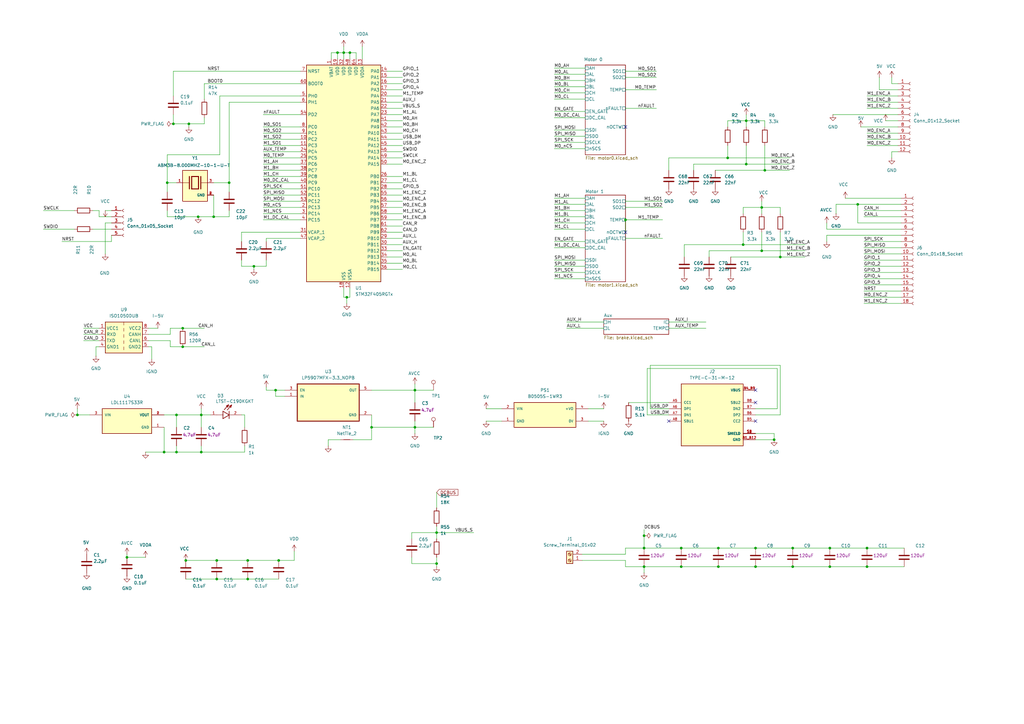
<source format=kicad_sch>
(kicad_sch (version 20231120) (generator "eeschema") (generator_version "8.0")
  (paper "A3")
  (junction (at 88.9 237.49))
  (junction (at 74.93 134.62))
  (junction (at 325.12 232.41))
  (junction (at 312.42 102.87))
  (junction (at 88.9 229.87))
  (junction (at 306.07 49.53))
  (junction (at 71.12 50.8))
  (junction (at 355.6 232.41))
  (junction (at 76.2 229.87))
  (junction (at 113.03 160.02))
  (junction (at 52.07 228.6))
  (junction (at 74.93 142.24))
  (junction (at 340.36 232.41))
  (junction (at 72.39 170.18))
  (junction (at 264.16 219.71))
  (junction (at 140.97 21.59))
  (junction (at 81.28 88.9))
  (junction (at 340.36 224.79))
  (junction (at 304.8 100.33))
  (junction (at 93.98 74.93))
  (junction (at 179.07 231.14))
  (junction (at 279.4 224.79))
  (junction (at 312.42 85.09))
  (junction (at 72.39 185.42))
  (junction (at 309.88 224.79))
  (junction (at 152.4 175.26))
  (junction (at 294.64 232.41))
  (junction (at 313.69 69.85))
  (junction (at 264.16 232.41))
  (junction (at 294.64 224.79))
  (junction (at 170.18 160.02))
  (junction (at 325.12 224.79))
  (junction (at 351.79 83.82))
  (junction (at 31.75 170.18))
  (junction (at 355.6 224.79))
  (junction (at 104.14 109.22))
  (junction (at 309.88 232.41))
  (junction (at 256.54 90.17))
  (junction (at 264.16 224.79))
  (junction (at 279.4 232.41))
  (junction (at 170.18 175.26))
  (junction (at 68.58 74.93))
  (junction (at 298.45 64.77))
  (junction (at 114.3 229.87))
  (junction (at 142.24 121.92))
  (junction (at 306.07 67.31))
  (junction (at 143.51 21.59))
  (junction (at 101.6 229.87))
  (junction (at 179.07 218.44))
  (junction (at 67.31 185.42))
  (junction (at 101.6 237.49))
  (junction (at 82.55 185.42))
  (junction (at 82.55 170.18))
  (junction (at 320.04 105.41))
  (junction (at 87.63 88.9))
  (junction (at 138.43 21.59))
  (junction (at 317.5 180.34))
  (junction (at 77.47 50.8))
  (no_connect (at 274.32 172.72))
  (no_connect (at 256.54 52.07))
  (no_connect (at 309.88 165.1))
  (no_connect (at 309.88 160.02))
  (no_connect (at 256.54 95.25))
  (no_connect (at 309.88 172.72))
  (wire (pts (xy 77.47 52.07) (xy 77.47 50.8)))
  (wire (pts (xy 309.88 232.41) (xy 325.12 232.41)))
  (wire (pts (xy 158.75 46.99) (xy 165.1 46.99)))
  (wire (pts (xy 369.57 104.14) (xy 354.33 104.14)))
  (wire (pts (xy 140.97 19.05) (xy 140.97 21.59)))
  (wire (pts (xy 266.7 149.86) (xy 320.04 149.86)))
  (wire (pts (xy 240.03 45.72) (xy 227.33 45.72)))
  (wire (pts (xy 369.57 83.82) (xy 351.79 83.82)))
  (wire (pts (xy 240.03 38.1) (xy 227.33 38.1)))
  (wire (pts (xy 123.19 77.47) (xy 107.95 77.47)))
  (wire (pts (xy 306.07 49.53) (xy 313.69 49.53)))
  (wire (pts (xy 83.82 34.29) (xy 123.19 34.29)))
  (wire (pts (xy 143.51 21.59) (xy 146.05 21.59)))
  (wire (pts (xy 34.29 134.62) (xy 40.64 134.62)))
  (wire (pts (xy 312.42 82.55) (xy 312.42 85.09)))
  (wire (pts (xy 82.55 185.42) (xy 82.55 182.88)))
  (wire (pts (xy 240.03 114.3) (xy 227.33 114.3)))
  (wire (pts (xy 138.43 21.59) (xy 140.97 21.59)))
  (wire (pts (xy 165.1 100.33) (xy 158.75 100.33)))
  (wire (pts (xy 39.37 142.24) (xy 39.37 146.05)))
  (wire (pts (xy 165.1 95.25) (xy 158.75 95.25)))
  (wire (pts (xy 123.19 57.15) (xy 107.95 57.15)))
  (wire (pts (xy 152.4 160.02) (xy 170.18 160.02)))
  (wire (pts (xy 293.37 69.85) (xy 313.69 69.85)))
  (wire (pts (xy 179.07 215.9) (xy 179.07 218.44)))
  (wire (pts (xy 99.06 95.25) (xy 99.06 99.06)))
  (wire (pts (xy 143.51 121.92) (xy 143.51 118.11)))
  (wire (pts (xy 265.43 170.18) (xy 274.32 170.18)))
  (wire (pts (xy 123.19 80.01) (xy 107.95 80.01)))
  (wire (pts (xy 256.54 229.87) (xy 256.54 232.41)))
  (wire (pts (xy 67.31 170.18) (xy 72.39 170.18)))
  (wire (pts (xy 351.79 83.82) (xy 351.79 91.44)))
  (wire (pts (xy 140.97 121.92) (xy 142.24 121.92)))
  (wire (pts (xy 68.58 86.36) (xy 68.58 88.9)))
  (wire (pts (xy 369.57 99.06) (xy 354.33 99.06)))
  (wire (pts (xy 354.33 88.9) (xy 369.57 88.9)))
  (wire (pts (xy 298.45 49.53) (xy 306.07 49.53)))
  (wire (pts (xy 45.72 99.06) (xy 45.72 96.52)))
  (wire (pts (xy 304.8 100.33) (xy 330.2 100.33)))
  (wire (pts (xy 165.1 92.71) (xy 158.75 92.71)))
  (wire (pts (xy 69.85 137.16) (xy 69.85 134.62)))
  (wire (pts (xy 123.19 39.37) (xy 90.17 39.37)))
  (wire (pts (xy 40.64 142.24) (xy 39.37 142.24)))
  (wire (pts (xy 179.07 228.6) (xy 179.07 231.14)))
  (wire (pts (xy 17.78 86.36) (xy 30.48 86.36)))
  (wire (pts (xy 87.63 80.01) (xy 87.63 88.9)))
  (wire (pts (xy 199.39 172.72) (xy 205.74 172.72)))
  (wire (pts (xy 165.1 110.49) (xy 158.75 110.49)))
  (wire (pts (xy 45.72 91.44) (xy 43.18 91.44)))
  (wire (pts (xy 369.57 114.3) (xy 354.33 114.3)))
  (wire (pts (xy 279.4 224.79) (xy 294.64 224.79)))
  (wire (pts (xy 298.45 49.53) (xy 298.45 52.07)))
  (wire (pts (xy 369.57 119.38) (xy 354.33 119.38)))
  (wire (pts (xy 247.65 132.08) (xy 232.41 132.08)))
  (wire (pts (xy 82.55 170.18) (xy 86.36 170.18)))
  (wire (pts (xy 304.8 85.09) (xy 304.8 87.63)))
  (wire (pts (xy 320.04 170.18) (xy 309.88 170.18)))
  (wire (pts (xy 274.32 64.77) (xy 298.45 64.77)))
  (wire (pts (xy 158.75 54.61) (xy 165.1 54.61)))
  (wire (pts (xy 68.58 74.93) (xy 68.58 78.74)))
  (wire (pts (xy 109.22 97.79) (xy 123.19 97.79)))
  (wire (pts (xy 158.75 41.91) (xy 165.1 41.91)))
  (wire (pts (xy 298.45 59.69) (xy 298.45 64.77)))
  (wire (pts (xy 134.62 180.34) (xy 139.7 180.34)))
  (wire (pts (xy 240.03 111.76) (xy 227.33 111.76)))
  (wire (pts (xy 34.29 137.16) (xy 40.64 137.16)))
  (wire (pts (xy 240.03 60.96) (xy 227.33 60.96)))
  (wire (pts (xy 140.97 24.13) (xy 140.97 21.59)))
  (wire (pts (xy 38.1 86.36) (xy 40.64 86.36)))
  (wire (pts (xy 81.28 88.9) (xy 87.63 88.9)))
  (wire (pts (xy 158.75 31.75) (xy 165.1 31.75)))
  (wire (pts (xy 240.03 109.22) (xy 227.33 109.22)))
  (wire (pts (xy 109.22 109.22) (xy 109.22 106.68)))
  (wire (pts (xy 312.42 102.87) (xy 330.2 102.87)))
  (wire (pts (xy 158.75 80.01) (xy 165.1 80.01)))
  (wire (pts (xy 146.05 21.59) (xy 146.05 24.13)))
  (wire (pts (xy 240.03 53.34) (xy 227.33 53.34)))
  (wire (pts (xy 271.78 97.79) (xy 256.54 97.79)))
  (wire (pts (xy 83.82 50.8) (xy 83.82 48.26)))
  (wire (pts (xy 165.1 97.79) (xy 158.75 97.79)))
  (wire (pts (xy 306.07 67.31) (xy 323.85 67.31)))
  (wire (pts (xy 101.6 237.49) (xy 114.3 237.49)))
  (wire (pts (xy 318.77 151.13) (xy 265.43 151.13)))
  (wire (pts (xy 138.43 24.13) (xy 138.43 21.59)))
  (wire (pts (xy 104.14 110.49) (xy 104.14 109.22)))
  (wire (pts (xy 100.33 182.88) (xy 100.33 185.42)))
  (wire (pts (xy 369.57 116.84) (xy 354.33 116.84)))
  (wire (pts (xy 93.98 41.91) (xy 93.98 74.93)))
  (wire (pts (xy 199.39 167.64) (xy 205.74 167.64)))
  (wire (pts (xy 113.03 160.02) (xy 113.03 162.56)))
  (wire (pts (xy 67.31 185.42) (xy 72.39 185.42)))
  (wire (pts (xy 135.89 21.59) (xy 138.43 21.59)))
  (wire (pts (xy 325.12 232.41) (xy 340.36 232.41)))
  (wire (pts (xy 179.07 231.14) (xy 179.07 232.41)))
  (wire (pts (xy 68.58 63.5) (xy 68.58 74.93)))
  (wire (pts (xy 369.57 93.98) (xy 339.09 93.98)))
  (wire (pts (xy 134.62 180.34) (xy 134.62 182.88)))
  (wire (pts (xy 238.76 229.87) (xy 256.54 229.87)))
  (wire (pts (xy 294.64 224.79) (xy 309.88 224.79)))
  (wire (pts (xy 144.78 180.34) (xy 152.4 180.34)))
  (wire (pts (xy 241.3 172.72) (xy 247.65 172.72)))
  (wire (pts (xy 279.4 232.41) (xy 294.64 232.41)))
  (wire (pts (xy 241.3 167.64) (xy 247.65 167.64)))
  (wire (pts (xy 71.12 29.21) (xy 71.12 39.37)))
  (wire (pts (xy 304.8 85.09) (xy 312.42 85.09)))
  (wire (pts (xy 68.58 88.9) (xy 81.28 88.9)))
  (wire (pts (xy 93.98 74.93) (xy 93.98 78.74)))
  (wire (pts (xy 309.88 167.64) (xy 318.77 167.64)))
  (wire (pts (xy 123.19 72.39) (xy 107.95 72.39)))
  (wire (pts (xy 240.03 101.6) (xy 227.33 101.6)))
  (wire (pts (xy 158.75 44.45) (xy 165.1 44.45)))
  (wire (pts (xy 101.6 229.87) (xy 114.3 229.87)))
  (wire (pts (xy 368.3 57.15) (xy 355.6 57.15)))
  (wire (pts (xy 240.03 99.06) (xy 227.33 99.06)))
  (wire (pts (xy 168.91 218.44) (xy 179.07 218.44)))
  (wire (pts (xy 143.51 21.59) (xy 143.51 24.13)))
  (wire (pts (xy 320.04 95.25) (xy 320.04 105.41)))
  (wire (pts (xy 93.98 88.9) (xy 93.98 86.36)))
  (wire (pts (xy 43.18 86.36) (xy 45.72 86.36)))
  (wire (pts (xy 290.83 102.87) (xy 312.42 102.87)))
  (wire (pts (xy 17.78 93.98) (xy 30.48 93.98)))
  (wire (pts (xy 240.03 48.26) (xy 227.33 48.26)))
  (wire (pts (xy 354.33 86.36) (xy 369.57 86.36)))
  (wire (pts (xy 256.54 36.83) (xy 269.24 36.83)))
  (wire (pts (xy 165.1 105.41) (xy 158.75 105.41)))
  (wire (pts (xy 123.19 64.77) (xy 107.95 64.77)))
  (wire (pts (xy 152.4 175.26) (xy 152.4 180.34)))
  (wire (pts (xy 170.18 160.02) (xy 170.18 157.48)))
  (wire (pts (xy 123.19 62.23) (xy 107.95 62.23)))
  (wire (pts (xy 123.19 74.93) (xy 107.95 74.93)))
  (wire (pts (xy 313.69 59.69) (xy 313.69 69.85)))
  (wire (pts (xy 318.77 167.64) (xy 318.77 151.13)))
  (wire (pts (xy 107.95 46.99) (xy 123.19 46.99)))
  (wire (pts (xy 179.07 201.93) (xy 179.07 208.28)))
  (wire (pts (xy 99.06 106.68) (xy 99.06 109.22)))
  (wire (pts (xy 158.75 90.17) (xy 165.1 90.17)))
  (wire (pts (xy 148.59 19.05) (xy 148.59 24.13)))
  (wire (pts (xy 72.39 170.18) (xy 82.55 170.18)))
  (wire (pts (xy 135.89 24.13) (xy 135.89 21.59)))
  (wire (pts (xy 240.03 91.44) (xy 227.33 91.44)))
  (wire (pts (xy 25.4 99.06) (xy 45.72 99.06)))
  (wire (pts (xy 369.57 111.76) (xy 354.33 111.76)))
  (wire (pts (xy 158.75 52.07) (xy 165.1 52.07)))
  (wire (pts (xy 369.57 124.46) (xy 354.33 124.46)))
  (wire (pts (xy 60.96 142.24) (xy 62.23 142.24)))
  (wire (pts (xy 68.58 74.93) (xy 72.39 74.93)))
  (wire (pts (xy 312.42 85.09) (xy 312.42 87.63)))
  (wire (pts (xy 158.75 36.83) (xy 165.1 36.83)))
  (wire (pts (xy 38.1 93.98) (xy 45.72 93.98)))
  (wire (pts (xy 69.85 139.7) (xy 69.85 142.24)))
  (wire (pts (xy 240.03 35.56) (xy 227.33 35.56)))
  (wire (pts (xy 325.12 224.79) (xy 340.36 224.79)))
  (wire (pts (xy 67.31 175.26) (xy 67.31 185.42)))
  (wire (pts (xy 152.4 175.26) (xy 170.18 175.26)))
  (wire (pts (xy 369.57 109.22) (xy 354.33 109.22)))
  (wire (pts (xy 289.56 132.08) (xy 274.32 132.08)))
  (wire (pts (xy 158.75 85.09) (xy 165.1 85.09)))
  (wire (pts (xy 264.16 234.95) (xy 264.16 232.41)))
  (wire (pts (xy 168.91 220.98) (xy 168.91 218.44)))
  (wire (pts (xy 170.18 177.8) (xy 170.18 175.26)))
  (wire (pts (xy 240.03 83.82) (xy 227.33 83.82)))
  (wire (pts (xy 271.78 85.09) (xy 256.54 85.09)))
  (wire (pts (xy 320.04 85.09) (xy 320.04 87.63)))
  (wire (pts (xy 74.93 134.62) (xy 83.82 134.62)))
  (wire (pts (xy 123.19 87.63) (xy 107.95 87.63)))
  (wire (pts (xy 170.18 175.26) (xy 177.8 175.26)))
  (wire (pts (xy 114.3 229.87) (xy 120.65 229.87)))
  (wire (pts (xy 368.3 62.23) (xy 365.76 62.23)))
  (wire (pts (xy 368.3 34.29) (xy 365.76 34.29)))
  (wire (pts (xy 306.07 49.53) (xy 306.07 52.07)))
  (wire (pts (xy 368.3 41.91) (xy 355.6 41.91)))
  (wire (pts (xy 158.75 39.37) (xy 165.1 39.37)))
  (wire (pts (xy 158.75 72.39) (xy 165.1 72.39)))
  (wire (pts (xy 123.19 59.69) (xy 107.95 59.69)))
  (wire (pts (xy 140.97 21.59) (xy 143.51 21.59)))
  (wire (pts (xy 269.24 44.45) (xy 256.54 44.45)))
  (wire (pts (xy 240.03 106.68) (xy 227.33 106.68)))
  (wire (pts (xy 45.72 88.9) (xy 40.64 88.9)))
  (wire (pts (xy 72.39 182.88) (xy 72.39 185.42)))
  (wire (pts (xy 312.42 85.09) (xy 320.04 85.09)))
  (wire (pts (xy 140.97 118.11) (xy 140.97 121.92)))
  (wire (pts (xy 59.69 185.42) (xy 67.31 185.42)))
  (wire (pts (xy 31.75 170.18) (xy 31.75 167.64)))
  (wire (pts (xy 290.83 105.41) (xy 290.83 102.87)))
  (wire (pts (xy 34.29 139.7) (xy 40.64 139.7)))
  (wire (pts (xy 240.03 88.9) (xy 227.33 88.9)))
  (wire (pts (xy 339.09 93.98) (xy 339.09 91.44)))
  (wire (pts (xy 368.3 59.69) (xy 355.6 59.69)))
  (wire (pts (xy 265.43 151.13) (xy 265.43 170.18)))
  (wire (pts (xy 317.5 180.34) (xy 309.88 180.34)))
  (wire (pts (xy 294.64 232.41) (xy 309.88 232.41)))
  (wire (pts (xy 104.14 109.22) (xy 109.22 109.22)))
  (wire (pts (xy 340.36 232.41) (xy 355.6 232.41)))
  (wire (pts (xy 368.3 52.07) (xy 353.06 52.07)))
  (wire (pts (xy 368.3 39.37) (xy 355.6 39.37)))
  (wire (pts (xy 88.9 237.49) (xy 101.6 237.49)))
  (wire (pts (xy 289.56 134.62) (xy 274.32 134.62)))
  (wire (pts (xy 158.75 29.21) (xy 165.1 29.21)))
  (wire (pts (xy 280.67 100.33) (xy 304.8 100.33)))
  (wire (pts (xy 123.19 54.61) (xy 107.95 54.61)))
  (wire (pts (xy 170.18 160.02) (xy 170.18 165.1)))
  (wire (pts (xy 369.57 96.52) (xy 339.09 96.52)))
  (wire (pts (xy 342.9 83.82) (xy 342.9 87.63)))
  (wire (pts (xy 90.17 39.37) (xy 90.17 63.5)))
  (wire (pts (xy 341.63 46.99) (xy 368.3 46.99)))
  (wire (pts (xy 256.54 90.17) (xy 271.78 90.17)))
  (wire (pts (xy 158.75 87.63) (xy 165.1 87.63)))
  (wire (pts (xy 313.69 69.85) (xy 323.85 69.85)))
  (wire (pts (xy 60.96 137.16) (xy 69.85 137.16)))
  (wire (pts (xy 83.82 34.29) (xy 83.82 40.64)))
  (wire (pts (xy 68.58 63.5) (xy 90.17 63.5)))
  (wire (pts (xy 299.72 105.41) (xy 320.04 105.41)))
  (wire (pts (xy 309.88 177.8) (xy 317.5 177.8)))
  (wire (pts (xy 113.03 160.02) (xy 116.84 160.02)))
  (wire (pts (xy 87.63 88.9) (xy 93.98 88.9)))
  (wire (pts (xy 360.68 36.83) (xy 360.68 31.75)))
  (wire (pts (xy 87.63 74.93) (xy 93.98 74.93)))
  (wire (pts (xy 298.45 64.77) (xy 323.85 64.77)))
  (wire (pts (xy 100.33 170.18) (xy 100.33 175.26)))
  (wire (pts (xy 179.07 218.44) (xy 194.31 218.44)))
  (wire (pts (xy 313.69 49.53) (xy 313.69 52.07)))
  (wire (pts (xy 158.75 64.77) (xy 165.1 64.77)))
  (wire (pts (xy 346.71 81.28) (xy 369.57 81.28)))
  (wire (pts (xy 158.75 49.53) (xy 165.1 49.53)))
  (wire (pts (xy 355.6 224.79) (xy 370.84 224.79)))
  (wire (pts (xy 264.16 224.79) (xy 256.54 224.79)))
  (wire (pts (xy 123.19 95.25) (xy 99.06 95.25)))
  (wire (pts (xy 369.57 91.44) (xy 351.79 91.44)))
  (wire (pts (xy 317.5 177.8) (xy 317.5 180.34)))
  (wire (pts (xy 72.39 170.18) (xy 72.39 175.26)))
  (wire (pts (xy 109.22 158.75) (xy 109.22 160.02)))
  (wire (pts (xy 113.03 162.56) (xy 116.84 162.56)))
  (wire (pts (xy 264.16 224.79) (xy 279.4 224.79)))
  (wire (pts (xy 158.75 82.55) (xy 165.1 82.55)))
  (wire (pts (xy 179.07 231.14) (xy 168.91 231.14)))
  (wire (pts (xy 240.03 58.42) (xy 227.33 58.42)))
  (wire (pts (xy 123.19 82.55) (xy 107.95 82.55)))
  (wire (pts (xy 123.19 85.09) (xy 107.95 85.09)))
  (wire (pts (xy 123.19 29.21) (xy 71.12 29.21)))
  (wire (pts (xy 52.07 228.6) (xy 59.69 228.6)))
  (wire (pts (xy 340.36 224.79) (xy 355.6 224.79)))
  (wire (pts (xy 256.54 232.41) (xy 264.16 232.41)))
  (wire (pts (xy 274.32 69.85) (xy 274.32 64.77)))
  (wire (pts (xy 240.03 86.36) (xy 227.33 86.36)))
  (wire (pts (xy 256.54 224.79) (xy 256.54 227.33)))
  (wire (pts (xy 304.8 95.25) (xy 304.8 100.33)))
  (wire (pts (xy 142.24 121.92) (xy 143.51 121.92)))
  (wire (pts (xy 266.7 167.64) (xy 266.7 149.86)))
  (wire (pts (xy 269.24 29.21) (xy 256.54 29.21)))
  (wire (pts (xy 71.12 50.8) (xy 77.47 50.8)))
  (wire (pts (xy 152.4 170.18) (xy 152.4 175.26)))
  (wire (pts (xy 109.22 160.02) (xy 113.03 160.02)))
  (wire (pts (xy 60.96 139.7) (xy 69.85 139.7)))
  (wire (pts (xy 170.18 175.26) (xy 170.18 172.72)))
  (wire (pts (xy 256.54 95.25) (xy 256.54 90.17)))
  (wire (pts (xy 269.24 31.75) (xy 256.54 31.75)))
  (wire (pts (xy 123.19 52.07) (xy 107.95 52.07)))
  (wire (pts (xy 158.75 102.87) (xy 165.1 102.87)))
  (wire (pts (xy 100.33 185.42) (xy 82.55 185.42)))
  (wire (pts (xy 365.76 62.23) (xy 365.76 64.77)))
  (wire (pts (xy 123.19 90.17) (xy 107.95 90.17)))
  (wire (pts (xy 264.16 217.17) (xy 264.16 219.71)))
  (wire (pts (xy 247.65 134.62) (xy 232.41 134.62)))
  (wire (pts (xy 74.93 142.24) (xy 83.82 142.24)))
  (wire (pts (xy 36.83 170.18) (xy 31.75 170.18)))
  (wire (pts (xy 238.76 227.33) (xy 256.54 227.33)))
  (wire (pts (xy 71.12 46.99) (xy 71.12 50.8)))
  (wire (pts (xy 240.03 40.64) (xy 227.33 40.64)))
  (wire (pts (xy 158.75 57.15) (xy 165.1 57.15)))
  (wire (pts (xy 240.03 27.94) (xy 227.33 27.94)))
  (wire (pts (xy 168.91 231.14) (xy 168.91 228.6)))
  (wire (pts (xy 99.06 109.22) (xy 104.14 109.22)))
  (wire (pts (xy 309.88 224.79) (xy 325.12 224.79)))
  (wire (pts (xy 271.78 82.55) (xy 256.54 82.55)))
  (wire (pts (xy 355.6 232.41) (xy 370.84 232.41)))
  (wire (pts (xy 158.75 34.29) (xy 165.1 34.29)))
  (wire (pts (xy 368.3 44.45) (xy 355.6 44.45)))
  (wire (pts (xy 62.23 142.24) (xy 62.23 147.32)))
  (wire (pts (xy 240.03 33.02) (xy 227.33 33.02)))
  (wire (pts (xy 109.22 99.06) (xy 109.22 97.79)))
  (wire (pts (xy 40.64 88.9) (xy 40.64 86.36)))
  (wire (pts (xy 266.7 167.64) (xy 274.32 167.64)))
  (wire (pts (xy 368.3 54.61) (xy 355.6 54.61)))
  (wire (pts (xy 88.9 229.87) (xy 101.6 229.87)))
  (wire (pts (xy 280.67 105.41) (xy 280.67 100.33)))
  (wire (pts (xy 69.85 142.24) (xy 74.93 142.24)))
  (wire (pts (xy 99.06 170.18) (xy 100.33 170.18)))
  (wire (pts (xy 351.79 83.82) (xy 342.9 83.82)))
  (wire (pts (xy 142.24 121.92) (xy 142.24 124.46)))
  (wire (pts (xy 339.09 96.52) (xy 339.09 99.06)))
  (wire (pts (xy 69.85 134.62) (xy 74.93 134.62)))
  (wire (pts (xy 369.57 101.6) (xy 354.33 101.6)))
  (wire (pts (xy 76.2 237.49) (xy 88.9 237.49)))
  (wire (pts (xy 158.75 59.69) (xy 165.1 59.69)))
  (wire (pts (xy 284.48 69.85) (xy 284.48 67.31)))
  (wire (pts (xy 179.07 218.44) (xy 179.07 220.98)))
  (wire (pts (xy 158.75 77.47) (xy 165.1 77.47)))
  (wire (pts (xy 284.48 67.31) (xy 306.07 67.31)))
  (wire (pts (xy 158.75 74.93) (xy 165.1 74.93)))
  (wire (pts (xy 120.65 226.06) (xy 120.65 229.87)))
  (wire (pts (xy 369.57 121.92) (xy 354.33 121.92)))
  (wire (pts (xy 365.76 34.29) (xy 365.76 31.75)))
  (wire (pts (xy 306.07 46.99) (xy 306.07 49.53)))
  (wire (pts (xy 43.18 91.44) (xy 43.18 104.14)))
  (wire (pts (xy 320.04 105.41) (xy 330.2 105.41)))
  (wire (pts (xy 369.57 106.68) (xy 354.33 106.68)))
  (wire (pts (xy 165.1 107.95) (xy 158.75 107.95)))
  (wire (pts (xy 82.55 175.26) (xy 82.55 170.18)))
  (wire (pts (xy 52.07 227.33) (xy 52.07 228.6)))
  (wire (pts (xy 240.03 30.48) (xy 227.33 30.48)))
  (wire (pts (xy 76.2 229.87) (xy 88.9 229.87)))
  (wire (pts (xy 123.19 67.31) (xy 107.95 67.31)))
  (wire (pts (xy 158.75 62.23) (xy 165.1 62.23)))
  (wire (pts (xy 257.81 165.1) (xy 274.32 165.1)))
  (wire (pts (xy 240.03 55.88) (xy 227.33 55.88)))
  (wire (pts (xy 60.96 134.62) (xy 64.77 134.62)))
  (wire (pts (xy 82.55 170.18) (xy 82.55 167.64)))
  (wire (pts (xy 264.16 219.71) (xy 264.16 224.79)))
  (wire (pts (xy 177.8 160.02) (xy 170.18 160.02)))
  (wire (pts (xy 240.03 81.28) (xy 227.33 81.28)))
  (wire (pts (xy 72.39 185.42) (xy 82.55 185.42)))
  (wire (pts (xy 240.03 93.98) (xy 227.33 93.98)))
  (wire (pts (xy 306.07 59.69) (xy 306.07 67.31)))
  (wire (pts (xy 123.19 41.91) (xy 93.98 41.91)))
  (wire (pts (xy 368.3 36.83) (xy 360.68 36.83)))
  (wire (pts (xy 158.75 67.31) (xy 165.1 67.31)))
  (wire (pts (xy 123.19 69.85) (xy 107.95 69.85)))
  (wire (pts (xy 312.42 95.25) (xy 312.42 102.87)))
  (wire (pts (xy 264.16 232.41) (xy 279.4 232.41)))
  (wire (pts (xy 83.82 50.8) (xy 77.47 50.8)))
  (wire (pts (xy 368.3 49.53) (xy 363.22 49.53)))
  (wire (pts (xy 320.04 149.86) (xy 320.04 170.18)))
  (label "M0_ENC_B" (at 165.1 85.09 0))
  (label "M0_DC_CAL" (at 107.95 74.93 0))
  (label "SWCLK" (at 165.1 64.77 0))
  (label "M1_NCS" (at 107.95 87.63 0))
  (label "AUX_L" (at 165.1 97.79 0))
  (label "CAN_H" (at 81.28 134.62 0))
  (label "M1_NCS" (at 227.33 114.3 0))
  (label "M1_BL" (at 227.33 88.9 0))
  (label "VBUS_S" (at 165.1 44.45 0))
  (label "M0_ENC_Z" (at 165.1 67.31 0))
  (label "M1_CH" (at 227.33 91.44 0))
  (label "SPI_MOSI" (at 227.33 53.34 0))
  (label "CAN_R" (at 34.29 137.16 0))
  (label "nFAULT" (at 264.16 97.79 0))
  (label "M0_TEMP" (at 260.35 36.83 0))
  (label "SPI_MISO" (at 107.95 80.01 0))
  (label "SPI_SCK" (at 227.33 111.76 0))
  (label "M0_ENC_A" (at 316.23 64.77 0))
  (label "M1_ENC_Z" (at 165.1 80.01 0))
  (label "EN_GATE" (at 165.1 102.87 0))
  (label "M1_DC_CAL" (at 227.33 101.6 0))
  (label "M1_BL" (at 165.1 72.39 0))
  (label "M0_ENC_B" (at 316.23 67.31 0))
  (label "USB_DM" (at 165.1 57.15 0))
  (label "M1_ENC_B" (at 355.6 41.91 0))
  (label "CAN_R" (at 165.1 92.71 0))
  (label "GPIO_2" (at 165.1 31.75 0))
  (label "M0_AL" (at 165.1 105.41 0))
  (label "AUX_I" (at 165.1 41.91 0))
  (label "M0_TEMP" (at 107.95 64.77 0))
  (label "M0_CH" (at 227.33 38.1 0))
  (label "M0_ENC_A" (at 355.6 54.61 0))
  (label "CAN_D" (at 165.1 95.25 0))
  (label "SPI_MISO" (at 227.33 55.88 0))
  (label "M0_ENC_A" (at 165.1 82.55 0))
  (label "NRST" (at 25.4 99.06 0))
  (label "M1_TEMP" (at 165.1 39.37 0))
  (label "CAN_H" (at 354.33 86.36 0))
  (label "M0_SO1" (at 107.95 52.07 0))
  (label "M1_ENC_A" (at 322.58 100.33 0))
  (label "SWCLK" (at 17.78 86.36 0))
  (label "M1_ENC_B" (at 322.58 102.87 0))
  (label "GPIO_3" (at 165.1 34.29 0))
  (label "M1_SO2" (at 107.95 57.15 0))
  (label "M1_AH" (at 227.33 81.28 0))
  (label "USB_DP" (at 165.1 59.69 0))
  (label "BOOT0" (at 85.09 34.29 0))
  (label "AUX_H" (at 165.1 100.33 0))
  (label "AUX_TEMP" (at 276.86 134.62 0))
  (label "EN_GATE" (at 227.33 45.72 0))
  (label "SPI_SCK" (at 354.33 99.06 0))
  (label "M0_ENC_Z" (at 355.6 59.69 0))
  (label "M0_nCS" (at 227.33 60.96 0))
  (label "M1_ENC_A" (at 165.1 87.63 0))
  (label "VCC" (at 34.29 134.62 0))
  (label "M0_ENC_Z" (at 316.23 69.85 0))
  (label "M1_AL" (at 165.1 46.99 0))
  (label "M0_BH" (at 227.33 33.02 0))
  (label "M1_CH" (at 107.95 72.39 0))
  (label "CAN_L" (at 82.55 142.24 0))
  (label "M1_TEMP" (at 261.62 90.17 0))
  (label "AUX_L" (at 232.41 134.62 0))
  (label "M1_AH" (at 107.95 67.31 0))
  (label "M0_ENC_B" (at 355.6 57.15 0))
  (label "M1_ENC_Z" (at 322.58 105.41 0))
  (label "NRST" (at 354.33 119.38 0))
  (label "M0_SO1" (at 261.62 29.21 0))
  (label "CAN_L" (at 354.33 88.9 0))
  (label "SPI_MOSI" (at 354.33 104.14 0))
  (label "M0_BH" (at 165.1 52.07 0))
  (label "M1_AL" (at 227.33 83.82 0))
  (label "M1_CL" (at 165.1 74.93 0))
  (label "M1_DC_CAL" (at 107.95 90.17 0))
  (label "AUX_H" (at 232.41 132.08 0))
  (label "USB_DP" (at 266.7 167.64 0))
  (label "GPIO_5" (at 354.33 116.84 0))
  (label "SPI_MOSI" (at 107.95 82.55 0))
  (label "SPI_SCK" (at 227.33 58.42 0))
  (label "DCBUS" (at 264.16 217.17 0))
  (label "nFAULT" (at 261.62 44.45 0))
  (label "SPI_SCK" (at 107.95 77.47 0))
  (label "M0_BL" (at 227.33 35.56 0))
  (label "GPIO_4" (at 165.1 36.83 0))
  (label "EN_GATE" (at 227.33 99.06 0))
  (label "M1_SO2" (at 264.16 85.09 0))
  (label "M0_AH" (at 165.1 49.53 0))
  (label "M1_CL" (at 227.33 93.98 0))
  (label "M1_BH" (at 227.33 86.36 0))
  (label "GPIO_2" (at 354.33 109.22 0))
  (label "GPIO_1" (at 165.1 29.21 0))
  (label "M1_BH" (at 107.95 69.85 0))
  (label "CAN_D" (at 34.29 139.7 0))
  (label "M1_ENC_B" (at 165.1 90.17 0))
  (label "AUX_I" (at 276.86 132.08 0))
  (label "GPIO_1" (at 354.33 106.68 0))
  (label "SWDIO" (at 165.1 62.23 0))
  (label "GPIO_4" (at 354.33 114.3 0))
  (label "M0_DC_CAL" (at 227.33 48.26 0))
  (label "SPI_MOSI" (at 227.33 106.68 0))
  (label "M0_CL" (at 227.33 40.64 0))
  (label "USB_DM" (at 266.7 170.18 0))
  (label "VBUS_S" (at 186.69 218.44 0))
  (label "GPIO_5" (at 165.1 77.47 0))
  (label "SPI_MISO" (at 227.33 109.22 0))
  (label "M0_CL" (at 165.1 110.49 0))
  (label "SWDIO" (at 17.78 93.98 0))
  (label "M0_ENC_Z" (at 354.33 121.92 0))
  (label "SPI_MISO" (at 354.33 101.6 0))
  (label "M0_SO2" (at 107.95 54.61 0))
  (label "AUX_TEMP" (at 107.95 62.23 0))
  (label "M1_SO1" (at 264.16 82.55 0))
  (label "M0_CH" (at 165.1 54.61 0))
  (label "M1_SO1" (at 107.95 59.69 0))
  (label "GPIO_3" (at 354.33 111.76 0))
  (label "M0_SO2" (at 261.62 31.75 0))
  (label "M1_ENC_Z" (at 354.33 124.46 0))
  (label "M0_AH" (at 227.33 27.94 0))
  (label "M0_AL" (at 227.33 30.48 0))
  (label "M0_nCS" (at 107.95 85.09 0))
  (label "M1_ENC_Z" (at 355.6 44.45 0))
  (label "nFAULT" (at 107.95 46.99 0))
  (label "NRST" (at 85.09 29.21 0))
  (label "M1_ENC_A" (at 355.6 39.37 0))
  (label "M0_BL" (at 165.1 107.95 0))
  (global_label "DCBUS" (shape input) (at 179.07 201.93 0) (property "Intersheetrefs" "${INTERSHEET_REFS}" (effects (hide yes))))
  (symbol (lib_id "Device:R") (at 257.81 168.91 0) (unit 1)
    (property "Reference" "R13" (at 260.35 167.6399 0) (effects (justify left)))
    (property "Value" "5.1k" (at 260.35 170.1799 0) (effects (justify left)))
    (property "Footprint" "Resistor_SMD:R_0603_1608Metric" (effects (hide yes)))
    (property "Description" "Resistor" (effects (hide yes)))
  )
  (symbol (lib_id "Device:C") (at 294.64 228.6 0) (unit 1)
    (property "Reference" "C7" (at 299.212 224.536 0) (effects (justify left bottom)))
    (property "Value" "470uF" (effects (hide yes)))
    (property "Footprint" "Capacitor_SMD:C_Elec_10x10.2" (effects (hide yes)))
    (property "Description" "CAP, FP Series, 470 µF, 25 V, Radial Can - SMD, 10 mm" (effects (hide yes)))
    (property "ALTIUM_VALUE" "120uF" (at 297.18 228.6 0) (effects (justify left bottom)))
    (property "SUPPLIER 1" "Digi-Key" (effects (hide yes)))
    (property "SUPPLIER PART NUMBER 1" "PCE4440TR-ND" (effects (hide yes)))
    (property "MANUFACTURER" "Panasonic Electronic Components" (effects (hide yes)))
    (property "ROHS" "RoHS Compliant" (effects (hide yes)))
    (property "CATEGORY" "Capacitors" (effects (hide yes)))
    (property "STOCK" "8000" (effects (hide yes)))
    (property "PRICING 1" "500=0.3571, 1000=0.30072, 2500=0.28192, 5000=0.26313, 12500=0.24997, 25000=0.24434 (USD)" (effects (hide yes)))
    (property "PACKAGING" "Tape & Reel (TR)" (effects (hide yes)))
    (property "PART STATUS" "Active" (effects (hide yes)))
    (property "TOLERANCE" "±20%" (effects (hide yes)))
    (property "ESR (EQUIVALENT SERIES RESISTANCE)" "60 mOhm @ 100kHz" (effects (hide yes)))
    (property "LIFETIME @ TEMP." "2000 Hrs @ 105°C" (effects (hide yes)))
    (property "OPERATING TEMPERATURE" "-55°C ~ 105°C" (effects (hide yes)))
    (property "POLARIZATION" "Polar" (effects (hide yes)))
    (property "APPLICATIONS" "Automotive" (effects (hide yes)))
    (property "RIPPLE CURRENT - LOW FREQUENCY" "773.5mA @ 120Hz" (effects (hide yes)))
    (property "RIPPLE CURRENT - HIGH FREQUENCY" "1.19A @ 100kHz" (effects (hide yes)))
    (property "LEAD SPACING" "-" (effects (hide yes)))
    (property "SIZE / DIMENSION" "0.394\" Dia (10.00mm)" (effects (hide yes)))
    (property "HEIGHT - SEATED (MAX)" "0.402\" (10.20mm)" (effects (hide yes)))
    (property "SURFACE MOUNT LAND SIZE" "0.406\" L x 0.406\" W (10.30mm x 10.30mm)" (effects (hide yes)))
    (property "MOUNTING TYPE" "Surface Mount" (effects (hide yes)))
    (property "PACKAGE / CASE" "Radial, Can - SMD" (effects (hide yes)))
    (property "COMPONENTLINK1URL" "http://industrial.panasonic.com/www-cgi/jvcr13pz.cgi?E+PZ+3+ABA0114+EEEFP1E471AP+7+WW" (effects (hide yes)))
    (property "COMPONENTLINK1DESCRIPTION" "http://industrial.panasonic.com/www-cgi/jvcr13pz.cgi?E+PZ+3+ABA0114+EEEFP1E471AP+7+WW" (effects (hide yes)))
    (property "SUPPLIER 2" "Digi-Key" (effects (hide yes)))
    (property "SUPPLIER PART NUMBER 2" "PCE4440CT-ND" (effects (hide yes)))
    (property "PRICING 2" "1=0.92, 10=0.702, 100=0.5025 (USD)" (effects (hide yes)))
    (property "MANUFACTURER PART NUMBER" "EEE-FP1E471AP" (effects (hide yes)))
  )
  (symbol (lib_id "power:VCC") (at 170.18 157.48 0) (unit 1)
    (property "Reference" "#PWR07" (effects (hide yes)))
    (property "Value" "AVCC" (at 169.926 153.162 0))
  )
  (symbol (lib_id "Device:C") (at 35.56 231.14 0) (unit 1)
    (property "Reference" "C1" (at 38.354 228.346 0) (effects (justify left bottom)))
    (property "Value" "${CAPACITANCE}" (at 38.354 230.886 0) (effects (justify left bottom)))
    (property "Footprint" "Capacitor_SMD:C_0603_1608Metric" (effects (hide yes)))
    (property "Description" "CAP CER 2.2UF 16V X5R 0603" (effects (hide yes)))
    (property "SUPPLIER 1" "Digi-Key" (effects (hide yes)))
    (property "SUPPLIER PART NUMBER 1" "490-3296-1-ND" (effects (hide yes)))
    (property "MANUFACTURER" "Murata Electronics North America" (effects (hide yes)))
    (property "MANUFACTURER PART NUMBER" "GRM188R61C225KE15D" (effects (hide yes)))
    (property "ROHS" "RoHS Compliant" (effects (hide yes)))
    (property "CATEGORY" "Capacitors" (effects (hide yes)))
    (property "STOCK 1" "1255740" (effects (hide yes)))
    (property "PRICING 1" "1=0.12, 10=0.08, 50=0.046, 100=0.038, 250=0.032, 500=0.0268, 1000=0.022 (USD)" (effects (hide yes)))
    (property "PACKAGING" "Cut Tape (CT)" (effects (hide yes)))
    (property "CAPACITANCE" "2.2µF" (effects (hide yes)))
    (property "TOLERANCE" "±10%" (effects (hide yes)))
    (property "VOLTAGE - RATED" "16V" (effects (hide yes)))
    (property "TEMPERATURE COEFFICIENT" "X5R" (effects (hide yes)))
    (property "MOUNTING TYPE" "Surface Mount, MLCC" (effects (hide yes)))
    (property "OPERATING TEMPERATURE" "-55°C ~ 85°C" (effects (hide yes)))
    (property "APPLICATIONS" "General Purpose" (effects (hide yes)))
    (property "RATINGS" "-" (effects (hide yes)))
    (property "PACKAGE / CASE" "0603 (1608 Metric)" (effects (hide yes)))
    (property "SIZE / DIMENSION" "0.063\" L x 0.031\" W (1.60mm x 0.80mm)" (effects (hide yes)))
    (property "HEIGHT - SEATED (MAX)" "-" (effects (hide yes)))
    (property "THICKNESS (MAX)" "0.035\" (0.90mm)" (effects (hide yes)))
    (property "LEAD SPACING" "-" (effects (hide yes)))
    (property "FEATURES" "-" (effects (hide yes)))
    (property "LEAD STYLE" "-" (effects (hide yes)))
    (property "COMPONENTLINK1URL" "http://www.murata.com/~/media/webrenewal/support/library/catalog/products/capacitor/mlcc/c02e.pdf" (effects (hide yes)))
    (property "COMPONENTLINK1DESCRIPTION" "http://www.murata.com/~/media/webrenewal/support/library/catalog/products/capacitor/mlcc/c02e.pdf" (effects (hide yes)))
  )
  (symbol (lib_id "power:+5V") (at 64.77 134.62 0) (unit 1)
    (property "Reference" "#PWR0106" (effects (hide yes)))
    (property "Value" "I-5V" (at 64.77 129.54 0))
    (property "Description" "Power symbol creates a global label with name \"+5V\"" (effects (hide yes)))
  )
  (symbol (lib_id "power:GND") (at 179.07 232.41 0) (unit 1)
    (property "Reference" "#PWR0101" (effects (hide yes)))
    (property "Value" "GND" (at 179.07 237.49 0))
    (property "Description" "Power symbol creates a global label with name \"GND\" , ground" (effects (hide yes)))
  )
  (symbol (lib_id "Device:C") (at 284.48 73.66 0) (unit 1)
    (property "Reference" "C67" (at 288.29 72.3899 0) (effects (justify left)))
    (property "Value" "22nF" (at 288.29 74.9299 0) (effects (justify left)))
    (property "Footprint" "Capacitor_SMD:C_0402_1005Metric" (effects (hide yes)))
    (property "Description" "Unpolarized capacitor" (effects (hide yes)))
  )
  (symbol (lib_id "LDL1117S33R:LDL1117S33R") (at 52.07 172.72 0) (unit 1)
    (property "Reference" "U4" (at 52.07 162.56 0))
    (property "Value" "LDL1117S33R" (at 52.07 165.1 0))
    (property "Footprint" "Package_TO_SOT_SMD:SOT-223" (effects (hide yes)))
    (property "MF" "STMicroelectronics" (effects (hide yes)))
    (property "MAXIMUM_PACKAGE_HEIGHT" "1.8 mm" (effects (hide yes)))
    (property "Package" "SOT-223 STMicroelectronics" (effects (hide yes)))
    (property "Price" "None" (effects (hide yes)))
    (property "Check_prices" "https://www.snapeda.com/parts/LDL1117S33R/STMicroelectronics/view-part/?ref=eda" (effects (hide yes)))
    (property "STANDARD" "IPC 7351B" (effects (hide yes)))
    (property "PARTREV" "7" (effects (hide yes)))
    (property "SnapEDA_Link" "https://www.snapeda.com/parts/LDL1117S33R/STMicroelectronics/view-part/?ref=snap" (effects (hide yes)))
    (property "MP" "LDL1117S33R" (effects (hide yes)))
    (property "Description_1" "\nLinear Voltage Regulator IC Positive Fixed 1 Output 1.2A SOT-223\n" (effects (hide yes)))
    (property "SNAPEDA_PN" "LDL1117S33R" (effects (hide yes)))
    (property "Availability" "In Stock" (effects (hide yes)))
    (property "MANUFACTURER" "STMicroelectronics" (effects (hide yes)))
  )
  (symbol (lib_id "Device:R") (at 306.07 55.88 0) (unit 1)
    (property "Reference" "R4" (at 307.594 48.006 0) (effects (justify left bottom)))
    (property "Value" "3.3k" (at 307.594 50.546 0) (effects (justify left bottom)))
    (property "Footprint" "Resistor_SMD:R_0603_1608Metric" (effects (hide yes)))
    (property "Description" "RES SMD 3.3K OHM 1% 1/10W 0603" (effects (hide yes)))
    (property "SUPPLIER 1" "Digi-Key" (effects (hide yes)))
    (property "SUPPLIER PART NUMBER 1" "311-3.30KHRCT-ND" (effects (hide yes)))
    (property "MANUFACTURER" "Yageo" (effects (hide yes)))
    (property "ROHS" "RoHS Compliant" (effects (hide yes)))
    (property "CATEGORY" "Resistors" (effects (hide yes)))
    (property "STOCK 1" "420019" (effects (hide yes)))
    (property "PRICING 1" "1=0.1, 10=0.014, 25=0.01, 100=0.0057, 250=0.00436, 500=0.00348, 1000=0.00257, 2500=0.00223 (USD)" (effects (hide yes)))
    (property "PACKAGING" "Cut Tape (CT)" (effects (hide yes)))
    (property "TOLERANCE" "±1%" (effects (hide yes)))
    (property "POWER (WATTS)" "0.1W, 1/10W" (effects (hide yes)))
    (property "COMPOSITION" "Thick Film" (effects (hide yes)))
    (property "FEATURES" "Moisture Resistant" (effects (hide yes)))
    (property "TEMPERATURE COEFFICIENT" "±100ppm/°C" (effects (hide yes)))
    (property "OPERATING TEMPERATURE" "-55°C ~ 155°C" (effects (hide yes)))
    (property "PACKAGE / CASE" "0603 (1608 Metric)" (effects (hide yes)))
    (property "SUPPLIER DEVICE PACKAGE" "0603" (effects (hide yes)))
    (property "SIZE / DIMENSION" "0.063\" L x 0.031\" W (1.60mm x 0.80mm)" (effects (hide yes)))
    (property "HEIGHT" "0.022\" (0.55mm)" (effects (hide yes)))
    (property "NUMBER OF TERMINATIONS" "2" (effects (hide yes)))
    (property "COMPONENTLINK1URL" "http://www.yageo.com/documents/recent/PYu-RC_Group_51_RoHS_L_04.pdf" (effects (hide yes)))
    (property "COMPONENTLINK1DESCRIPTION" "http://www.yageo.com/documents/recent/PYu-RC_Group_51_RoHS_L_04.pdf" (effects (hide yes)))
    (property "MANUFACTURER PART NUMBER" "RC0603FR-073K3L" (effects (hide yes)))
    (property "RESISTANCE (OHMS)" "3.3k" (effects (hide yes)))
  )
  (symbol (lib_id "Device:C") (at 355.6 228.6 0) (unit 1)
    (property "Reference" "C11" (at 360.172 224.536 0) (effects (justify left bottom)))
    (property "Value" "470uF" (effects (hide yes)))
    (property "Footprint" "Capacitor_SMD:C_Elec_10x10.2" (effects (hide yes)))
    (property "Description" "CAP, FP Series, 470 µF, 25 V, Radial Can - SMD, 10 mm" (effects (hide yes)))
    (property "ALTIUM_VALUE" "120uF" (at 358.14 228.6 0) (effects (justify left bottom)))
    (property "SUPPLIER 1" "Digi-Key" (effects (hide yes)))
    (property "SUPPLIER PART NUMBER 1" "PCE4440TR-ND" (effects (hide yes)))
    (property "MANUFACTURER" "Panasonic Electronic Components" (effects (hide yes)))
    (property "ROHS" "RoHS Compliant" (effects (hide yes)))
    (property "CATEGORY" "Capacitors" (effects (hide yes)))
    (property "STOCK" "8000" (effects (hide yes)))
    (property "PRICING 1" "500=0.3571, 1000=0.30072, 2500=0.28192, 5000=0.26313, 12500=0.24997, 25000=0.24434 (USD)" (effects (hide yes)))
    (property "PACKAGING" "Tape & Reel (TR)" (effects (hide yes)))
    (property "PART STATUS" "Active" (effects (hide yes)))
    (property "TOLERANCE" "±20%" (effects (hide yes)))
    (property "ESR (EQUIVALENT SERIES RESISTANCE)" "60 mOhm @ 100kHz" (effects (hide yes)))
    (property "LIFETIME @ TEMP." "2000 Hrs @ 105°C" (effects (hide yes)))
    (property "OPERATING TEMPERATURE" "-55°C ~ 105°C" (effects (hide yes)))
    (property "POLARIZATION" "Polar" (effects (hide yes)))
    (property "APPLICATIONS" "Automotive" (effects (hide yes)))
    (property "RIPPLE CURRENT - LOW FREQUENCY" "773.5mA @ 120Hz" (effects (hide yes)))
    (property "RIPPLE CURRENT - HIGH FREQUENCY" "1.19A @ 100kHz" (effects (hide yes)))
    (property "LEAD SPACING" "-" (effects (hide yes)))
    (property "SIZE / DIMENSION" "0.394\" Dia (10.00mm)" (effects (hide yes)))
    (property "HEIGHT - SEATED (MAX)" "0.402\" (10.20mm)" (effects (hide yes)))
    (property "SURFACE MOUNT LAND SIZE" "0.406\" L x 0.406\" W (10.30mm x 10.30mm)" (effects (hide yes)))
    (property "MOUNTING TYPE" "Surface Mount" (effects (hide yes)))
    (property "PACKAGE / CASE" "Radial, Can - SMD" (effects (hide yes)))
    (property "COMPONENTLINK1URL" "http://industrial.panasonic.com/www-cgi/jvcr13pz.cgi?E+PZ+3+ABA0114+EEEFP1E471AP+7+WW" (effects (hide yes)))
    (property "COMPONENTLINK1DESCRIPTION" "http://industrial.panasonic.com/www-cgi/jvcr13pz.cgi?E+PZ+3+ABA0114+EEEFP1E471AP+7+WW" (effects (hide yes)))
    (property "SUPPLIER 2" "Digi-Key" (effects (hide yes)))
    (property "SUPPLIER PART NUMBER 2" "PCE4440CT-ND" (effects (hide yes)))
    (property "PRICING 2" "1=0.92, 10=0.702, 100=0.5025 (USD)" (effects (hide yes)))
    (property "MANUFACTURER PART NUMBER" "EEE-FP1E471AP" (effects (hide yes)))
  )
  (symbol (lib_id "Connector:TestPoint") (at 177.8 175.26 0) (unit 1)
    (property "Reference" "TP2" (at 177.8 180.34 0) (effects (justify left bottom)))
    (property "Value" "TESTPOINT" (effects (hide yes)))
    (property "Footprint" "TestPoint:TestPoint_Pad_1.0x1.0mm" (effects (hide yes)))
    (property "Description" "SMD test pin" (effects (hide yes)))
  )
  (symbol (lib_id "Device:C") (at 71.12 43.18 0) (unit 1)
    (property "Reference" "C19" (at 73.914 40.386 0) (effects (justify left bottom)))
    (property "Value" "${CAPACITANCE}" (at 73.914 42.926 0) (effects (justify left bottom)))
    (property "Footprint" "Capacitor_SMD:C_0603_1608Metric" (effects (hide yes)))
    (property "Description" "CAP CER 0.1UF 50V X7R 0603" (effects (hide yes)))
    (property "SUPPLIER 1" "Digi-Key" (effects (hide yes)))
    (property "SUPPLIER PART NUMBER 1" "490-1519-2-ND" (effects (hide yes)))
    (property "MANUFACTURER" "Murata Electronics North America" (effects (hide yes)))
    (property "MANUFACTURER PART NUMBER" "GRM188R71H104KA93D" (effects (hide yes)))
    (property "ROHS" "RoHS Compliant" (effects (hide yes)))
    (property "CATEGORY" "Capacitors" (effects (hide yes)))
    (property "PRICING 1" "4000=0.01822, 8000=0.01663, 12000=0.01584 (USD)" (effects (hide yes)))
    (property "PACKAGING" "Tape & Reel (TR)" (effects (hide yes)))
    (property "CAPACITANCE" "0.1uF" (effects (hide yes)))
    (property "TOLERANCE" "±10%" (effects (hide yes)))
    (property "VOLTAGE - RATED" "50V" (effects (hide yes)))
    (property "TEMPERATURE COEFFICIENT" "X7R" (effects (hide yes)))
    (property "MOUNTING TYPE" "Surface Mount, MLCC" (effects (hide yes)))
    (property "OPERATING TEMPERATURE" "-55°C ~ 125°C" (effects (hide yes)))
    (property "APPLICATIONS" "General Purpose" (effects (hide yes)))
    (property "RATINGS" "-" (effects (hide yes)))
    (property "PACKAGE / CASE" "0603 (1608 Metric)" (effects (hide yes)))
    (property "SIZE / DIMENSION" "0.063\" L x 0.032\" W (1.60mm x 0.80mm)" (effects (hide yes)))
    (property "HEIGHT - SEATED (MAX)" "-" (effects (hide yes)))
    (property "THICKNESS (MAX)" "0.035\" (0.90mm)" (effects (hide yes)))
    (property "LEAD SPACING" "-" (effects (hide yes)))
    (property "FEATURES" "-" (effects (hide yes)))
    (property "LEAD STYLE" "-" (effects (hide yes)))
    (property "COMPONENTLINK1URL" "http://www.murata.com/~/media/webrenewal/support/library/catalog/products/capacitor/mlcc/c02e.ashx?la=en-us" (effects (hide yes)))
    (property "COMPONENTLINK1DESCRIPTION" "http://www.murata.com/~/media/webrenewal/support/library/catalog/products/capacitor/mlcc/c02e.ashx?la=en-us" (effects (hide yes)))
    (property "STOCK" "19812000" (effects (hide yes)))
    (property "PART STATUS" "Active" (effects (hide yes)))
    (property "SUPPLIER 2" "Digi-Key" (effects (hide yes)))
    (property "SUPPLIER PART NUMBER 2" "490-1519-1-ND" (effects (hide yes)))
    (property "PRICING 2" "1=0.12, 10=0.084, 100=0.0396, 500=0.02778, 1000=0.023 (USD)" (effects (hide yes)))
  )
  (symbol (lib_id "power:VCC") (at 365.76 31.75 0) (unit 1)
    (property "Reference" "#PWR018" (effects (hide yes)))
    (property "Value" "VCC" (at 365.506 27.178 0))
  )
  (symbol (lib_id "Device:C") (at 93.98 82.55 0) (unit 1)
    (property "Reference" "C22" (at 96.774 87.376 0) (effects (justify left bottom)))
    (property "Value" "${CAPACITANCE}" (at 96.774 89.916 0) (effects (justify left bottom)))
    (property "Footprint" "Capacitor_SMD:C_0603_1608Metric" (effects (hide yes)))
    (property "Description" "CAP CER 10PF 50V NP0 0603" (effects (hide yes)))
    (property "SUPPLIER 1" "Digi-Key" (effects (hide yes)))
    (property "SUPPLIER PART NUMBER 1" "490-1403-1-ND" (effects (hide yes)))
    (property "MANUFACTURER" "Murata Electronics North America" (effects (hide yes)))
    (property "MANUFACTURER PART NUMBER" "GRM1885C1H100JA01D" (effects (hide yes)))
    (property "ROHS" "RoHS Compliant" (effects (hide yes)))
    (property "CATEGORY" "Capacitors" (effects (hide yes)))
    (property "STOCK 1" "450321" (effects (hide yes)))
    (property "PRICING 1" "1=0.1, 10=0.041, 50=0.0222, 100=0.0187, 250=0.01532, 500=0.0131, 1000=0.0102 (USD)" (effects (hide yes)))
    (property "PACKAGING" "Cut Tape (CT)" (effects (hide yes)))
    (property "CAPACITANCE" "10pF" (effects (hide yes)))
    (property "TOLERANCE" "±5%" (effects (hide yes)))
    (property "VOLTAGE - RATED" "50V" (effects (hide yes)))
    (property "TEMPERATURE COEFFICIENT" "C0G, NP0" (effects (hide yes)))
    (property "MOUNTING TYPE" "Surface Mount, MLCC" (effects (hide yes)))
    (property "OPERATING TEMPERATURE" "-55°C ~ 125°C" (effects (hide yes)))
    (property "APPLICATIONS" "General Purpose" (effects (hide yes)))
    (property "RATINGS" "-" (effects (hide yes)))
    (property "PACKAGE / CASE" "0603 (1608 Metric)" (effects (hide yes)))
    (property "SIZE / DIMENSION" "0.063\" L x 0.031\" W (1.60mm x 0.80mm)" (effects (hide yes)))
    (property "HEIGHT - SEATED (MAX)" "-" (effects (hide yes)))
    (property "THICKNESS (MAX)" "0.035\" (0.90mm)" (effects (hide yes)))
    (property "LEAD SPACING" "-" (effects (hide yes)))
    (property "FEATURES" "-" (effects (hide yes)))
    (property "LEAD STYLE" "-" (effects (hide yes)))
    (property "COMPONENTLINK1URL" "http://www.murata.com/~/media/webrenewal/support/library/catalog/products/capacitor/mlcc/c02e.pdf" (effects (hide yes)))
    (property "COMPONENTLINK1DESCRIPTION" "http://www.murata.com/~/media/webrenewal/support/library/catalog/products/capacitor/mlcc/c02e.pdf" (effects (hide yes)))
  )
  (symbol (lib_id "power:GND") (at 317.5 180.34 0) (unit 1)
    (property "Reference" "#PWR032" (effects (hide yes)))
    (property "Value" "GND" (at 317.5 185.42 0))
    (property "Description" "Power symbol creates a global label with name \"GND\" , ground" (effects (hide yes)))
  )
  (symbol (lib_id "power:GND") (at 299.72 113.03 0) (unit 1)
    (property "Reference" "#PWR065" (effects (hide yes)))
    (property "Value" "GND" (at 299.72 118.11 0))
    (property "Description" "Power symbol creates a global label with name \"GND\" , ground" (effects (hide yes)))
  )
  (symbol (lib_id "power:GND") (at 77.47 52.07 0) (unit 1)
    (property "Reference" "#PWR036" (effects (hide yes)))
    (property "Value" "GND" (at 77.47 57.15 0))
    (property "Description" "Power symbol creates a global label with name \"GND\" , ground" (effects (hide yes)))
  )
  (symbol (lib_id "Device:R") (at 304.8 91.44 0) (unit 1)
    (property "Reference" "R3" (at 306.324 96.266 0) (effects (justify left bottom)))
    (property "Value" "3.3k" (at 306.324 98.806 0) (effects (justify left bottom)))
    (property "Footprint" "Resistor_SMD:R_0603_1608Metric" (effects (hide yes)))
    (property "Description" "RES SMD 3.3K OHM 1% 1/10W 0603" (effects (hide yes)))
    (property "SUPPLIER 1" "Digi-Key" (effects (hide yes)))
    (property "SUPPLIER PART NUMBER 1" "311-3.30KHRCT-ND" (effects (hide yes)))
    (property "MANUFACTURER" "Yageo" (effects (hide yes)))
    (property "ROHS" "RoHS Compliant" (effects (hide yes)))
    (property "CATEGORY" "Resistors" (effects (hide yes)))
    (property "STOCK 1" "420019" (effects (hide yes)))
    (property "PRICING 1" "1=0.1, 10=0.014, 25=0.01, 100=0.0057, 250=0.00436, 500=0.00348, 1000=0.00257, 2500=0.00223 (USD)" (effects (hide yes)))
    (property "PACKAGING" "Cut Tape (CT)" (effects (hide yes)))
    (property "TOLERANCE" "±1%" (effects (hide yes)))
    (property "POWER (WATTS)" "0.1W, 1/10W" (effects (hide yes)))
    (property "COMPOSITION" "Thick Film" (effects (hide yes)))
    (property "FEATURES" "Moisture Resistant" (effects (hide yes)))
    (property "TEMPERATURE COEFFICIENT" "±100ppm/°C" (effects (hide yes)))
    (property "OPERATING TEMPERATURE" "-55°C ~ 155°C" (effects (hide yes)))
    (property "PACKAGE / CASE" "0603 (1608 Metric)" (effects (hide yes)))
    (property "SUPPLIER DEVICE PACKAGE" "0603" (effects (hide yes)))
    (property "SIZE / DIMENSION" "0.063\" L x 0.031\" W (1.60mm x 0.80mm)" (effects (hide yes)))
    (property "HEIGHT" "0.022\" (0.55mm)" (effects (hide yes)))
    (property "NUMBER OF TERMINATIONS" "2" (effects (hide yes)))
    (property "COMPONENTLINK1URL" "http://www.yageo.com/documents/recent/PYu-RC_Group_51_RoHS_L_04.pdf" (effects (hide yes)))
    (property "COMPONENTLINK1DESCRIPTION" "http://www.yageo.com/documents/recent/PYu-RC_Group_51_RoHS_L_04.pdf" (effects (hide yes)))
    (property "MANUFACTURER PART NUMBER" "RC0603FR-073K3L" (effects (hide yes)))
    (property "RESISTANCE (OHMS)" "3.3k" (effects (hide yes)))
  )
  (symbol (lib_id "power:+5V") (at 31.75 167.64 0) (unit 1)
    (property "Reference" "#PWR03" (effects (hide yes)))
    (property "Value" "5V" (at 31.496 163.83 0))
  )
  (symbol (lib_id "power:VCC") (at 52.07 227.33 0) (unit 1)
    (property "Reference" "#PWR030" (effects (hide yes)))
    (property "Value" "AVCC" (at 52.07 222.758 0))
  )
  (symbol (lib_id "Device:C") (at 293.37 73.66 0) (unit 1)
    (property "Reference" "C66" (at 297.18 72.3899 0) (effects (justify left)))
    (property "Value" "22nF" (at 297.18 74.9299 0) (effects (justify left)))
    (property "Footprint" "Capacitor_SMD:C_0402_1005Metric" (effects (hide yes)))
    (property "Description" "Unpolarized capacitor" (effects (hide yes)))
  )
  (symbol (lib_id "Device:R") (at 320.04 91.44 0) (unit 1)
    (property "Reference" "R7" (at 321.564 96.266 0) (effects (justify left bottom)))
    (property "Value" "3.3k" (at 321.564 98.806 0) (effects (justify left bottom)))
    (property "Footprint" "Resistor_SMD:R_0603_1608Metric" (effects (hide yes)))
    (property "Description" "RES SMD 3.3K OHM 1% 1/10W 0603" (effects (hide yes)))
    (property "SUPPLIER 1" "Digi-Key" (effects (hide yes)))
    (property "SUPPLIER PART NUMBER 1" "311-3.30KHRCT-ND" (effects (hide yes)))
    (property "MANUFACTURER" "Yageo" (effects (hide yes)))
    (property "ROHS" "RoHS Compliant" (effects (hide yes)))
    (property "CATEGORY" "Resistors" (effects (hide yes)))
    (property "STOCK 1" "420019" (effects (hide yes)))
    (property "PRICING 1" "1=0.1, 10=0.014, 25=0.01, 100=0.0057, 250=0.00436, 500=0.00348, 1000=0.00257, 2500=0.00223 (USD)" (effects (hide yes)))
    (property "PACKAGING" "Cut Tape (CT)" (effects (hide yes)))
    (property "TOLERANCE" "±1%" (effects (hide yes)))
    (property "POWER (WATTS)" "0.1W, 1/10W" (effects (hide yes)))
    (property "COMPOSITION" "Thick Film" (effects (hide yes)))
    (property "FEATURES" "Moisture Resistant" (effects (hide yes)))
    (property "TEMPERATURE COEFFICIENT" "±100ppm/°C" (effects (hide yes)))
    (property "OPERATING TEMPERATURE" "-55°C ~ 155°C" (effects (hide yes)))
    (property "PACKAGE / CASE" "0603 (1608 Metric)" (effects (hide yes)))
    (property "SUPPLIER DEVICE PACKAGE" "0603" (effects (hide yes)))
    (property "SIZE / DIMENSION" "0.063\" L x 0.031\" W (1.60mm x 0.80mm)" (effects (hide yes)))
    (property "HEIGHT" "0.022\" (0.55mm)" (effects (hide yes)))
    (property "NUMBER OF TERMINATIONS" "2" (effects (hide yes)))
    (property "COMPONENTLINK1URL" "http://www.yageo.com/documents/recent/PYu-RC_Group_51_RoHS_L_04.pdf" (effects (hide yes)))
    (property "COMPONENTLINK1DESCRIPTION" "http://www.yageo.com/documents/recent/PYu-RC_Group_51_RoHS_L_04.pdf" (effects (hide yes)))
    (property "MANUFACTURER PART NUMBER" "RC0603FR-073K3L" (effects (hide yes)))
    (property "RESISTANCE (OHMS)" "3.3k" (effects (hide yes)))
  )
  (symbol (lib_id "Device:R") (at 34.29 93.98 90) (unit 1)
    (property "Reference" "R11" (at 32.766 104.394 0) (effects (justify left bottom)))
    (property "Value" "22R" (at 38.354 104.394 0) (effects (justify left bottom)))
    (property "Footprint" "Resistor_SMD:R_0603_1608Metric" (effects (hide yes)))
    (property "Description" "RES SMD 22 OHM 1% 1/10W 0603" (effects (hide yes)))
    (property "SUPPLIER 1" "Digi-Key" (effects (hide yes)))
    (property "SUPPLIER PART NUMBER 1" "311-22.0HRCT-ND" (effects (hide yes)))
    (property "MANUFACTURER" "Yageo" (effects (hide yes)))
    (property "MANUFACTURER PART NUMBER" "RC0603FR-0722RL" (effects (hide yes)))
    (property "ROHS" "RoHS Compliant" (effects (hide yes)))
    (property "CATEGORY" "Resistors" (effects (hide yes)))
    (property "STOCK 1" "575303" (effects (hide yes)))
    (property "PRICING 1" "1=0.1, 10=0.014, 25=0.01, 100=0.0057, 250=0.00436, 500=0.00348, 1000=0.00257, 2500=0.00223 (USD)" (effects (hide yes)))
    (property "PACKAGING" "Cut Tape (CT)" (effects (hide yes)))
    (property "RESISTANCE (OHMS)" "22" (effects (hide yes)))
    (property "TOLERANCE" "±1%" (effects (hide yes)))
    (property "POWER (WATTS)" "0.1W, 1/10W" (effects (hide yes)))
    (property "COMPOSITION" "Thick Film" (effects (hide yes)))
    (property "FEATURES" "Moisture Resistant" (effects (hide yes)))
    (property "TEMPERATURE COEFFICIENT" "±100ppm/°C" (effects (hide yes)))
    (property "OPERATING TEMPERATURE" "-55°C ~ 155°C" (effects (hide yes)))
    (property "PACKAGE / CASE" "0603 (1608 Metric)" (effects (hide yes)))
    (property "SUPPLIER DEVICE PACKAGE" "0603" (effects (hide yes)))
    (property "SIZE / DIMENSION" "0.063\" L x 0.031\" W (1.60mm x 0.80mm)" (effects (hide yes)))
    (property "HEIGHT" "0.022\" (0.55mm)" (effects (hide yes)))
    (property "NUMBER OF TERMINATIONS" "2" (effects (hide yes)))
    (property "COMPONENTLINK1URL" "http://www.yageo.com/documents/recent/PYu-RC_Group_51_RoHS_L_04.pdf" (effects (hide yes)))
    (property "COMPONENTLINK1DESCRIPTION" "http://www.yageo.com/documents/recent/PYu-RC_Group_51_RoHS_L_04.pdf" (effects (hide yes)))
  )
  (symbol (lib_id "power:GND") (at 264.16 234.95 0) (unit 1)
    (property "Reference" "#PWR010" (effects (hide yes)))
    (property "Value" "GND" (at 264.16 240.03 0))
    (property "Description" "Power symbol creates a global label with name \"GND\" , ground" (effects (hide yes)))
  )
  (symbol (lib_id "Connector:Conn_01x12_Socket") (at 373.38 46.99 0) (unit 1)
    (property "Reference" "J4" (at 374.65 46.9899 0) (effects (justify left)))
    (property "Value" "Conn_01x12_Socket" (at 374.65 49.5299 0) (effects (justify left)))
    (property "Footprint" "Connector_PinSocket_2.54mm:PinSocket_1x12_P2.54mm_Vertical" (effects (hide yes)))
    (property "Description" "Generic connector, single row, 01x12, script generated" (effects (hide yes)))
  )
  (symbol (lib_id "power:VCC") (at 363.22 49.53 0) (unit 1)
    (property "Reference" "#PWR017" (effects (hide yes)))
    (property "Value" "VCC" (at 362.204 49.53 0) (effects (justify right)))
  )
  (symbol (lib_id "power:GND") (at 274.32 77.47 0) (unit 1)
    (property "Reference" "#PWR054" (effects (hide yes)))
    (property "Value" "GND" (at 274.32 82.55 0))
    (property "Description" "Power symbol creates a global label with name \"GND\" , ground" (effects (hide yes)))
  )
  (symbol (lib_id "Device:C") (at 264.16 228.6 0) (unit 1)
    (property "Reference" "C5" (at 268.732 224.536 0) (effects (justify left bottom)))
    (property "Value" "470uF" (effects (hide yes)))
    (property "Footprint" "Capacitor_SMD:C_Elec_10x10.2" (effects (hide yes)))
    (property "Description" "CAP, FP Series, 470 µF, 25 V, Radial Can - SMD, 10 mm" (effects (hide yes)))
    (property "ALTIUM_VALUE" "120uF" (at 266.7 228.6 0) (effects (justify left bottom)))
    (property "SUPPLIER 1" "Digi-Key" (effects (hide yes)))
    (property "SUPPLIER PART NUMBER 1" "PCE4440TR-ND" (effects (hide yes)))
    (property "MANUFACTURER" "Panasonic Electronic Components" (effects (hide yes)))
    (property "ROHS" "RoHS Compliant" (effects (hide yes)))
    (property "CATEGORY" "Capacitors" (effects (hide yes)))
    (property "STOCK" "8000" (effects (hide yes)))
    (property "PRICING 1" "500=0.3571, 1000=0.30072, 2500=0.28192, 5000=0.26313, 12500=0.24997, 25000=0.24434 (USD)" (effects (hide yes)))
    (property "PACKAGING" "Tape & Reel (TR)" (effects (hide yes)))
    (property "PART STATUS" "Active" (effects (hide yes)))
    (property "TOLERANCE" "±20%" (effects (hide yes)))
    (property "ESR (EQUIVALENT SERIES RESISTANCE)" "60 mOhm @ 100kHz" (effects (hide yes)))
    (property "LIFETIME @ TEMP." "2000 Hrs @ 105°C" (effects (hide yes)))
    (property "OPERATING TEMPERATURE" "-55°C ~ 105°C" (effects (hide yes)))
    (property "POLARIZATION" "Polar" (effects (hide yes)))
    (property "APPLICATIONS" "Automotive" (effects (hide yes)))
    (property "RIPPLE CURRENT - LOW FREQUENCY" "773.5mA @ 120Hz" (effects (hide yes)))
    (property "RIPPLE CURRENT - HIGH FREQUENCY" "1.19A @ 100kHz" (effects (hide yes)))
    (property "LEAD SPACING" "-" (effects (hide yes)))
    (property "SIZE / DIMENSION" "0.394\" Dia (10.00mm)" (effects (hide yes)))
    (property "HEIGHT - SEATED (MAX)" "0.402\" (10.20mm)" (effects (hide yes)))
    (property "SURFACE MOUNT LAND SIZE" "0.406\" L x 0.406\" W (10.30mm x 10.30mm)" (effects (hide yes)))
    (property "MOUNTING TYPE" "Surface Mount" (effects (hide yes)))
    (property "PACKAGE / CASE" "Radial, Can - SMD" (effects (hide yes)))
    (property "COMPONENTLINK1URL" "http://industrial.panasonic.com/www-cgi/jvcr13pz.cgi?E+PZ+3+ABA0114+EEEFP1E471AP+7+WW" (effects (hide yes)))
    (property "COMPONENTLINK1DESCRIPTION" "http://industrial.panasonic.com/www-cgi/jvcr13pz.cgi?E+PZ+3+ABA0114+EEEFP1E471AP+7+WW" (effects (hide yes)))
    (property "SUPPLIER 2" "Digi-Key" (effects (hide yes)))
    (property "SUPPLIER PART NUMBER 2" "PCE4440CT-ND" (effects (hide yes)))
    (property "PRICING 2" "1=0.92, 10=0.702, 100=0.5025 (USD)" (effects (hide yes)))
    (property "MANUFACTURER PART NUMBER" "EEE-FP1E471AP" (effects (hide yes)))
  )
  (symbol (lib_id "Interface_CAN_LIN:ISO1050DUB") (at 50.8 137.16 0) (unit 1)
    (property "Reference" "U9" (at 50.8 127 0))
    (property "Value" "ISO1050DUB" (at 50.8 129.54 0))
    (property "Footprint" "Package_SO:SOP-8_6.62x9.15mm_P2.54mm" (effects (hide yes)))
    (property "Datasheet" "http://www.ti.com/lit/ds/symlink/iso1050.pdf" (effects (hide yes)))
    (property "Description" "Isolated CAN Transceiver, SOP-8" (effects (hide yes)))
  )
  (symbol (lib_id "B0505S-1WR3:B0505S-1WR3") (at 223.52 170.18 0) (unit 1)
    (property "Reference" "PS1" (at 223.52 160.02 0))
    (property "Value" "B0505S-1WR3" (at 223.52 162.56 0))
    (property "Footprint" "Resistor_THT:R_Array_SIP4" (effects (hide yes)))
    (property "MF" "Mornsun America, LLC" (effects (hide yes)))
    (property "MAXIMUM_PACKAGE_HEIGHT" "10.41 mm" (effects (hide yes)))
    (property "Package" "SIP-4-4 MORNSUN" (effects (hide yes)))
    (property "Price" "None" (effects (hide yes)))
    (property "Check_prices" "https://www.snapeda.com/parts/B0505S-1WR3/MORNSUN/view-part/?ref=eda" (effects (hide yes)))
    (property "STANDARD" "Manufacturer Recommendations" (effects (hide yes)))
    (property "PARTREV" "2018.06.29-A/2" (effects (hide yes)))
    (property "SnapEDA_Link" "https://www.snapeda.com/parts/B0505S-1WR3/MORNSUN/view-part/?ref=snap" (effects (hide yes)))
    (property "MP" "B0505S-1WR3" (effects (hide yes)))
    (property "Description_1" "\nIsolated Module DC DC Converter 1 Output 5V 200mA 4.5V - 5.5V Input\n" (effects (hide yes)))
    (property "Availability" "In Stock" (effects (hide yes)))
    (property "MANUFACTURER" "Mornsun" (effects (hide yes)))
  )
  (symbol (lib_id "power:+5V") (at 353.06 52.07 0) (unit 1)
    (property "Reference" "#PWR014" (effects (hide yes)))
    (property "Value" "5V" (at 354.33 48.514 0) (effects (justify right)))
  )
  (symbol (lib_id "Device:C") (at 72.39 179.07 0) (unit 1)
    (property "Reference" "C2" (at 75.184 176.276 0) (effects (justify left bottom)))
    (property "Value" "4.7uF" (effects (hide yes)))
    (property "Footprint" "Capacitor_SMD:C_0805_2012Metric" (effects (hide yes)))
    (property "Description" "CAP CER 4.7UF 35V X5R 0805" (effects (hide yes)))
    (property "SUPPLIER 1" "Digi-Key" (effects (hide yes)))
    (property "SUPPLIER PART NUMBER 1" "490-7208-2-ND" (effects (hide yes)))
    (property "MANUFACTURER" "Murata Electronics North America" (effects (hide yes)))
    (property "ROHS" "RoHS Compliant" (effects (hide yes)))
    (property "CATEGORY" "Capacitors" (effects (hide yes)))
    (property "PRICING 1" "4000=0.05126, 8000=0.0487, 12000=0.04613 (USD)" (effects (hide yes)))
    (property "PACKAGING" "Tape & Reel (TR)" (effects (hide yes)))
    (property "PART STATUS" "Active" (effects (hide yes)))
    (property "TOLERANCE" "±10%" (effects (hide yes)))
    (property "VOLTAGE - RATED" "35V" (effects (hide yes)))
    (property "TEMPERATURE COEFFICIENT" "X5R" (effects (hide yes)))
    (property "OPERATING TEMPERATURE" "-55°C ~ 85°C" (effects (hide yes)))
    (property "FEATURES" "Derating Recommended" (effects (hide yes)))
    (property "RATINGS" "-" (effects (hide yes)))
    (property "APPLICATIONS" "General Purpose" (effects (hide yes)))
    (property "MOUNTING TYPE" "Surface Mount, MLCC" (effects (hide yes)))
    (property "PACKAGE / CASE" "0805 (2012 Metric)" (effects (hide yes)))
    (property "SIZE / DIMENSION" "0.079\" L x 0.049\" W (2.01mm x 1.25mm)" (effects (hide yes)))
    (property "HEIGHT - SEATED (MAX)" "-" (effects (hide yes)))
    (property "THICKNESS (MAX)" "0.037\" (0.95mm)" (effects (hide yes)))
    (property "LEAD SPACING" "-" (effects (hide yes)))
    (property "LEAD STYLE" "-" (effects (hide yes)))
    (property "COMPONENTLINK1URL" "http://www.murata.com/~/media/webrenewal/support/library/catalog/products/capacitor/mlcc/c02e.ashx?la=en-us" (effects (hide yes)))
    (property "COMPONENTLINK1DESCRIPTION" "http://www.murata.com/~/media/webrenewal/support/library/catalog/products/capacitor/mlcc/c02e.ashx?la=en-us" (effects (hide yes)))
    (property "SUPPLIER 2" "Digi-Key" (effects (hide yes)))
    (property "SUPPLIER PART NUMBER 2" "490-7208-1-ND" (effects (hide yes)))
    (property "PRICING 2" "1=0.26, 10=0.177, 100=0.1002, 500=0.07076, 1000=0.06191 (USD)" (effects (hide yes)))
    (property "ALTIUM_VALUE" "4.7uF" (at 74.93 179.07 0) (effects (justify left bottom)))
    (property "STOCK" "152000" (effects (hide yes)))
    (property "MANUFACTURER PART NUMBER" "GRM219R6YA475KA73D" (effects (hide yes)))
  )
  (symbol (lib_id "Device:C") (at 340.36 228.6 0) (unit 1)
    (property "Reference" "C10" (at 344.932 224.536 0) (effects (justify left bottom)))
    (property "Value" "470uF" (effects (hide yes)))
    (property "Footprint" "Capacitor_SMD:C_Elec_10x10.2" (effects (hide yes)))
    (property "Description" "CAP, FP Series, 470 µF, 25 V, Radial Can - SMD, 10 mm" (effects (hide yes)))
    (property "ALTIUM_VALUE" "120uF" (at 342.9 228.6 0) (effects (justify left bottom)))
    (property "SUPPLIER 1" "Digi-Key" (effects (hide yes)))
    (property "SUPPLIER PART NUMBER 1" "PCE4440TR-ND" (effects (hide yes)))
    (property "MANUFACTURER" "Panasonic Electronic Components" (effects (hide yes)))
    (property "ROHS" "RoHS Compliant" (effects (hide yes)))
    (property "CATEGORY" "Capacitors" (effects (hide yes)))
    (property "STOCK" "8000" (effects (hide yes)))
    (property "PRICING 1" "500=0.3571, 1000=0.30072, 2500=0.28192, 5000=0.26313, 12500=0.24997, 25000=0.24434 (USD)" (effects (hide yes)))
    (property "PACKAGING" "Tape & Reel (TR)" (effects (hide yes)))
    (property "PART STATUS" "Active" (effects (hide yes)))
    (property "TOLERANCE" "±20%" (effects (hide yes)))
    (property "ESR (EQUIVALENT SERIES RESISTANCE)" "60 mOhm @ 100kHz" (effects (hide yes)))
    (property "LIFETIME @ TEMP." "2000 Hrs @ 105°C" (effects (hide yes)))
    (property "OPERATING TEMPERATURE" "-55°C ~ 105°C" (effects (hide yes)))
    (property "POLARIZATION" "Polar" (effects (hide yes)))
    (property "APPLICATIONS" "Automotive" (effects (hide yes)))
    (property "RIPPLE CURRENT - LOW FREQUENCY" "773.5mA @ 120Hz" (effects (hide yes)))
    (property "RIPPLE CURRENT - HIGH FREQUENCY" "1.19A @ 100kHz" (effects (hide yes)))
    (property "LEAD SPACING" "-" (effects (hide yes)))
    (property "SIZE / DIMENSION" "0.394\" Dia (10.00mm)" (effects (hide yes)))
    (property "HEIGHT - SEATED (MAX)" "0.402\" (10.20mm)" (effects (hide yes)))
    (property "SURFACE MOUNT LAND SIZE" "0.406\" L x 0.406\" W (10.30mm x 10.30mm)" (effects (hide yes)))
    (property "MOUNTING TYPE" "Surface Mount" (effects (hide yes)))
    (property "PACKAGE / CASE" "Radial, Can - SMD" (effects (hide yes)))
    (property "COMPONENTLINK1URL" "http://industrial.panasonic.com/www-cgi/jvcr13pz.cgi?E+PZ+3+ABA0114+EEEFP1E471AP+7+WW" (effects (hide yes)))
    (property "COMPONENTLINK1DESCRIPTION" "http://industrial.panasonic.com/www-cgi/jvcr13pz.cgi?E+PZ+3+ABA0114+EEEFP1E471AP+7+WW" (effects (hide yes)))
    (property "SUPPLIER 2" "Digi-Key" (effects (hide yes)))
    (property "SUPPLIER PART NUMBER 2" "PCE4440CT-ND" (effects (hide yes)))
    (property "PRICING 2" "1=0.92, 10=0.702, 100=0.5025 (USD)" (effects (hide yes)))
    (property "MANUFACTURER PART NUMBER" "EEE-FP1E471AP" (effects (hide yes)))
  )
  (symbol (lib_id "power:GND") (at 247.65 172.72 0) (unit 1)
    (property "Reference" "#PWR0104" (effects (hide yes)))
    (property "Value" "IGND" (at 247.65 177.8 0))
    (property "Description" "Power symbol creates a global label with name \"GND\" , ground" (effects (hide yes)))
  )
  (symbol (lib_id "power:GND") (at 280.67 113.03 0) (unit 1)
    (property "Reference" "#PWR056" (effects (hide yes)))
    (property "Value" "GND" (at 280.67 118.11 0))
    (property "Description" "Power symbol creates a global label with name \"GND\" , ground" (effects (hide yes)))
  )
  (symbol (lib_id "Device:R") (at 100.33 179.07 0) (unit 1)
    (property "Reference" "R1" (at 101.854 183.896 0) (effects (justify left bottom)))
    (property "Value" "1k" (at 101.854 186.436 0) (effects (justify left bottom)))
    (property "Footprint" "Resistor_SMD:R_0603_1608Metric" (effects (hide yes)))
    (property "Description" "RES SMD 1K OHM 1% 1/10W 0603" (effects (hide yes)))
    (property "SUPPLIER 1" "Digi-Key" (effects (hide yes)))
    (property "SUPPLIER PART NUMBER 1" "311-1.00KHRCT-ND" (effects (hide yes)))
    (property "MANUFACTURER" "Yageo" (effects (hide yes)))
    (property "ROHS" "RoHS Compliant" (effects (hide yes)))
    (property "CATEGORY" "Resistors" (effects (hide yes)))
    (property "STOCK 1" "6734836" (effects (hide yes)))
    (property "PRICING 1" "1=0.1, 10=0.014, 25=0.01, 100=0.0057, 250=0.00436, 500=0.00348, 1000=0.00257, 2500=0.00223 (USD)" (effects (hide yes)))
    (property "PACKAGING" "Cut Tape (CT)" (effects (hide yes)))
    (property "TOLERANCE" "±1%" (effects (hide yes)))
    (property "POWER (WATTS)" "0.1W, 1/10W" (effects (hide yes)))
    (property "COMPOSITION" "Thick Film" (effects (hide yes)))
    (property "FEATURES" "Moisture Resistant" (effects (hide yes)))
    (property "TEMPERATURE COEFFICIENT" "±100ppm/°C" (effects (hide yes)))
    (property "OPERATING TEMPERATURE" "-55°C ~ 155°C" (effects (hide yes)))
    (property "PACKAGE / CASE" "0603 (1608 Metric)" (effects (hide yes)))
    (property "SUPPLIER DEVICE PACKAGE" "0603" (effects (hide yes)))
    (property "SIZE / DIMENSION" "0.063\" L x 0.031\" W (1.60mm x 0.80mm)" (effects (hide yes)))
    (property "HEIGHT" "0.022\" (0.55mm)" (effects (hide yes)))
    (property "NUMBER OF TERMINATIONS" "2" (effects (hide yes)))
    (property "COMPONENTLINK1URL" "http://www.yageo.com/documents/recent/PYu-RC_Group_51_RoHS_L_04.pdf" (effects (hide yes)))
    (property "COMPONENTLINK1DESCRIPTION" "http://www.yageo.com/documents/recent/PYu-RC_Group_51_RoHS_L_04.pdf" (effects (hide yes)))
    (property "MANUFACTURER PART NUMBER" "RC0603FR-071KL" (effects (hide yes)))
    (property "RESISTANCE (OHMS)" "1k" (effects (hide yes)))
  )
  (symbol (lib_id "power:VDD") (at 140.97 19.05 0) (unit 1)
    (property "Reference" "#PWR027" (effects (hide yes)))
    (property "Value" "VDD" (at 140.97 13.97 0))
    (property "Description" "Power symbol creates a global label with name \"VDD\"" (effects (hide yes)))
  )
  (symbol (lib_id "power:GND") (at 284.48 77.47 0) (unit 1)
    (property "Reference" "#PWR041" (effects (hide yes)))
    (property "Value" "GND" (at 284.48 82.55 0))
    (property "Description" "Power symbol creates a global label with name \"GND\" , ground" (effects (hide yes)))
  )
  (symbol (lib_id "power:GND") (at 339.09 99.06 0) (unit 1)
    (property "Reference" "#PWR021" (effects (hide yes)))
    (property "Value" "GND" (at 339.09 105.41 0))
  )
  (symbol (lib_id "power:GND") (at 293.37 77.47 0) (unit 1)
    (property "Reference" "#PWR034" (effects (hide yes)))
    (property "Value" "GND" (at 293.37 82.55 0))
    (property "Description" "Power symbol creates a global label with name \"GND\" , ground" (effects (hide yes)))
  )
  (symbol (lib_id "LP5907MFX-3.3_NOPB:LP5907MFX-3.3_NOPB") (at 134.62 165.1 0) (unit 1)
    (property "Reference" "U3" (at 134.62 152.4 0))
    (property "Value" "LP5907MFX-3.3_NOPB" (at 134.62 154.94 0))
    (property "Footprint" "Package_TO_SOT_SMD:SOT-23-5" (effects (hide yes)))
    (property "MF" "Texas Instruments" (effects (hide yes)))
    (property "Description_1" "\n250mA, Ultra-Low Noise Low-Dropout Regulator 5-SOT-23 -40 to 125\n" (effects (hide yes)))
    (property "Package" "SOT-23 Texas Instruments" (effects (hide yes)))
    (property "Price" "None" (effects (hide yes)))
    (property "SnapEDA_Link" "https://www.snapeda.com/parts/LP5907MFX3.3NOPB/Texas+Instruments/view-part/?ref=snap" (effects (hide yes)))
    (property "MP" "LP5907MFX3.3NOPB" (effects (hide yes)))
    (property "Availability" "Not in stock" (effects (hide yes)))
    (property "Check_prices" "https://www.snapeda.com/parts/LP5907MFX3.3NOPB/Texas+Instruments/view-part/?ref=eda" (effects (hide yes)))
  )
  (symbol (lib_id "power:GND") (at 341.63 46.99 0) (unit 1)
    (property "Reference" "#PWR015" (effects (hide yes)))
    (property "Value" "GND" (at 341.63 52.07 0))
    (property "Description" "Power symbol creates a global label with name \"GND\" , ground" (effects (hide yes)))
  )
  (symbol (lib_id "Device:C") (at 114.3 233.68 0) (unit 1)
    (property "Reference" "C17" (at 117.094 238.506 0) (effects (justify left bottom)))
    (property "Value" "${CAPACITANCE}" (at 117.094 241.046 0) (effects (justify left bottom)))
    (property "Footprint" "Capacitor_SMD:C_0603_1608Metric" (effects (hide yes)))
    (property "Description" "CAP CER 0.1UF 50V X7R 0603" (effects (hide yes)))
    (property "SUPPLIER 1" "Digi-Key" (effects (hide yes)))
    (property "SUPPLIER PART NUMBER 1" "490-1519-2-ND" (effects (hide yes)))
    (property "MANUFACTURER" "Murata Electronics North America" (effects (hide yes)))
    (property "MANUFACTURER PART NUMBER" "GRM188R71H104KA93D" (effects (hide yes)))
    (property "ROHS" "RoHS Compliant" (effects (hide yes)))
    (property "CATEGORY" "Capacitors" (effects (hide yes)))
    (property "PRICING 1" "4000=0.01822, 8000=0.01663, 12000=0.01584 (USD)" (effects (hide yes)))
    (property "PACKAGING" "Tape & Reel (TR)" (effects (hide yes)))
    (property "CAPACITANCE" "0.1uF" (effects (hide yes)))
    (property "TOLERANCE" "±10%" (effects (hide yes)))
    (property "VOLTAGE - RATED" "50V" (effects (hide yes)))
    (property "TEMPERATURE COEFFICIENT" "X7R" (effects (hide yes)))
    (property "MOUNTING TYPE" "Surface Mount, MLCC" (effects (hide yes)))
    (property "OPERATING TEMPERATURE" "-55°C ~ 125°C" (effects (hide yes)))
    (property "APPLICATIONS" "General Purpose" (effects (hide yes)))
    (property "RATINGS" "-" (effects (hide yes)))
    (property "PACKAGE / CASE" "0603 (1608 Metric)" (effects (hide yes)))
    (property "SIZE / DIMENSION" "0.063\" L x 0.032\" W (1.60mm x 0.80mm)" (effects (hide yes)))
    (property "HEIGHT - SEATED (MAX)" "-" (effects (hide yes)))
    (property "THICKNESS (MAX)" "0.035\" (0.90mm)" (effects (hide yes)))
    (property "LEAD SPACING" "-" (effects (hide yes)))
    (property "FEATURES" "-" (effects (hide yes)))
    (property "LEAD STYLE" "-" (effects (hide yes)))
    (property "COMPONENTLINK1URL" "http://www.murata.com/~/media/webrenewal/support/library/catalog/products/capacitor/mlcc/c02e.ashx?la=en-us" (effects (hide yes)))
    (property "COMPONENTLINK1DESCRIPTION" "http://www.murata.com/~/media/webrenewal/support/library/catalog/products/capacitor/mlcc/c02e.ashx?la=en-us" (effects (hide yes)))
    (property "STOCK" "19812000" (effects (hide yes)))
    (property "PART STATUS" "Active" (effects (hide yes)))
    (property "SUPPLIER 2" "Digi-Key" (effects (hide yes)))
    (property "SUPPLIER PART NUMBER 2" "490-1519-1-ND" (effects (hide yes)))
    (property "PRICING 2" "1=0.12, 10=0.084, 100=0.0396, 500=0.02778, 1000=0.023 (USD)" (effects (hide yes)))
  )
  (symbol (lib_id "power:GND") (at 62.23 147.32 0) (unit 1)
    (property "Reference" "#PWR0103" (effects (hide yes)))
    (property "Value" "IGND" (at 62.23 152.4 0))
    (property "Description" "Power symbol creates a global label with name \"GND\" , ground" (effects (hide yes)))
  )
  (symbol (lib_id "power:PWR_FLAG") (at 71.12 50.8 90) (unit 1)
    (property "Reference" "#FLG06" (effects (hide yes)))
    (property "Value" "PWR_FLAG" (at 67.31 50.7999 90) (effects (justify left)))
    (property "Description" "Special symbol for telling ERC where power comes from" (effects (hide yes)))
  )
  (symbol (lib_id "power:VDD") (at 120.65 226.06 0) (unit 1)
    (property "Reference" "#PWR028" (effects (hide yes)))
    (property "Value" "VDD" (at 120.65 220.98 0))
    (property "Description" "Power symbol creates a global label with name \"VDD\"" (effects (hide yes)))
  )
  (symbol (lib_id "power:VCC") (at 43.18 86.36 180) (unit 1)
    (property "Reference" "#PWR022" (effects (hide yes)))
    (property "Value" "VCC" (at 43.18 82.55 0))
  )
  (symbol (lib_id "Connector:TestPoint") (at 177.8 160.02 0) (unit 1)
    (property "Reference" "TP1" (at 177.038 163.068 0) (effects (justify left bottom)))
    (property "Value" "TESTPOINT" (effects (hide yes)))
    (property "Footprint" "TestPoint:TestPoint_Pad_1.0x1.0mm" (effects (hide yes)))
    (property "Description" "SMD test pin" (effects (hide yes)))
  )
  (symbol (lib_id "power:VCC") (at 339.09 91.44 0) (unit 1)
    (property "Reference" "#PWR020" (effects (hide yes)))
    (property "Value" "AVCC" (at 338.836 86.106 0))
  )
  (symbol (lib_id "power:+5V") (at 109.22 158.75 0) (unit 1)
    (property "Reference" "#PWR04" (effects (hide yes)))
    (property "Value" "5V" (at 108.966 154.432 0))
  )
  (symbol (lib_id "power:GND") (at 134.62 182.88 0) (unit 1)
    (property "Reference" "#PWR05" (effects (hide yes)))
    (property "Value" "GND" (effects (hide yes)))
  )
  (symbol (lib_id "Device:C") (at 82.55 179.07 0) (unit 1)
    (property "Reference" "C4" (at 85.344 176.276 0) (effects (justify left bottom)))
    (property "Value" "4.7uF" (effects (hide yes)))
    (property "Footprint" "Capacitor_SMD:C_0805_2012Metric" (effects (hide yes)))
    (property "Description" "CAP CER 4.7UF 35V X5R 0805" (effects (hide yes)))
    (property "SUPPLIER 1" "Digi-Key" (effects (hide yes)))
    (property "SUPPLIER PART NUMBER 1" "490-7208-2-ND" (effects (hide yes)))
    (property "MANUFACTURER" "Murata Electronics North America" (effects (hide yes)))
    (property "ROHS" "RoHS Compliant" (effects (hide yes)))
    (property "CATEGORY" "Capacitors" (effects (hide yes)))
    (property "PRICING 1" "4000=0.05126, 8000=0.0487, 12000=0.04613 (USD)" (effects (hide yes)))
    (property "PACKAGING" "Tape & Reel (TR)" (effects (hide yes)))
    (property "PART STATUS" "Active" (effects (hide yes)))
    (property "TOLERANCE" "±10%" (effects (hide yes)))
    (property "VOLTAGE - RATED" "35V" (effects (hide yes)))
    (property "TEMPERATURE COEFFICIENT" "X5R" (effects (hide yes)))
    (property "OPERATING TEMPERATURE" "-55°C ~ 85°C" (effects (hide yes)))
    (property "FEATURES" "Derating Recommended" (effects (hide yes)))
    (property "RATINGS" "-" (effects (hide yes)))
    (property "APPLICATIONS" "General Purpose" (effects (hide yes)))
    (property "MOUNTING TYPE" "Surface Mount, MLCC" (effects (hide yes)))
    (property "PACKAGE / CASE" "0805 (2012 Metric)" (effects (hide yes)))
    (property "SIZE / DIMENSION" "0.079\" L x 0.049\" W (2.01mm x 1.25mm)" (effects (hide yes)))
    (property "HEIGHT - SEATED (MAX)" "-" (effects (hide yes)))
    (property "THICKNESS (MAX)" "0.037\" (0.95mm)" (effects (hide yes)))
    (property "LEAD SPACING" "-" (effects (hide yes)))
    (property "LEAD STYLE" "-" (effects (hide yes)))
    (property "COMPONENTLINK1URL" "http://www.murata.com/~/media/webrenewal/support/library/catalog/products/capacitor/mlcc/c02e.ashx?la=en-us" (effects (hide yes)))
    (property "COMPONENTLINK1DESCRIPTION" "http://www.murata.com/~/media/webrenewal/support/library/catalog/products/capacitor/mlcc/c02e.ashx?la=en-us" (effects (hide yes)))
    (property "SUPPLIER 2" "Digi-Key" (effects (hide yes)))
    (property "SUPPLIER PART NUMBER 2" "490-7208-1-ND" (effects (hide yes)))
    (property "PRICING 2" "1=0.26, 10=0.177, 100=0.1002, 500=0.07076, 1000=0.06191 (USD)" (effects (hide yes)))
    (property "ALTIUM_VALUE" "4.7uF" (at 85.09 179.07 0) (effects (justify left bottom)))
    (property "STOCK" "152000" (effects (hide yes)))
    (property "MANUFACTURER PART NUMBER" "GRM219R6YA475KA73D" (effects (hide yes)))
  )
  (symbol (lib_id "Device:C") (at 52.07 232.41 0) (unit 1)
    (property "Reference" "C18" (at 54.864 237.236 0) (effects (justify left bottom)))
    (property "Value" "${CAPACITANCE}" (at 54.864 239.776 0) (effects (justify left bottom)))
    (property "Footprint" "Capacitor_SMD:C_0603_1608Metric" (effects (hide yes)))
    (property "Description" "CAP CER 0.1UF 50V X7R 0603" (effects (hide yes)))
    (property "SUPPLIER 1" "Digi-Key" (effects (hide yes)))
    (property "SUPPLIER PART NUMBER 1" "490-1519-2-ND" (effects (hide yes)))
    (property "MANUFACTURER" "Murata Electronics North America" (effects (hide yes)))
    (property "MANUFACTURER PART NUMBER" "GRM188R71H104KA93D" (effects (hide yes)))
    (property "ROHS" "RoHS Compliant" (effects (hide yes)))
    (property "CATEGORY" "Capacitors" (effects (hide yes)))
    (property "PRICING 1" "4000=0.01822, 8000=0.01663, 12000=0.01584 (USD)" (effects (hide yes)))
    (property "PACKAGING" "Tape & Reel (TR)" (effects (hide yes)))
    (property "CAPACITANCE" "0.1uF" (effects (hide yes)))
    (property "TOLERANCE" "±10%" (effects (hide yes)))
    (property "VOLTAGE - RATED" "50V" (effects (hide yes)))
    (property "TEMPERATURE COEFFICIENT" "X7R" (effects (hide yes)))
    (property "MOUNTING TYPE" "Surface Mount, MLCC" (effects (hide yes)))
    (property "OPERATING TEMPERATURE" "-55°C ~ 125°C" (effects (hide yes)))
    (property "APPLICATIONS" "General Purpose" (effects (hide yes)))
    (property "RATINGS" "-" (effects (hide yes)))
    (property "PACKAGE / CASE" "0603 (1608 Metric)" (effects (hide yes)))
    (property "SIZE / DIMENSION" "0.063\" L x 0.032\" W (1.60mm x 0.80mm)" (effects (hide yes)))
    (property "HEIGHT - SEATED (MAX)" "-" (effects (hide yes)))
    (property "THICKNESS (MAX)" "0.035\" (0.90mm)" (effects (hide yes)))
    (property "LEAD SPACING" "-" (effects (hide yes)))
    (property "FEATURES" "-" (effects (hide yes)))
    (property "LEAD STYLE" "-" (effects (hide yes)))
    (property "COMPONENTLINK1URL" "http://www.murata.com/~/media/webrenewal/support/library/catalog/products/capacitor/mlcc/c02e.ashx?la=en-us" (effects (hide yes)))
    (property "COMPONENTLINK1DESCRIPTION" "http://www.murata.com/~/media/webrenewal/support/library/catalog/products/capacitor/mlcc/c02e.ashx?la=en-us" (effects (hide yes)))
    (property "STOCK" "19812000" (effects (hide yes)))
    (property "PART STATUS" "Active" (effects (hide yes)))
    (property "SUPPLIER 2" "Digi-Key" (effects (hide yes)))
    (property "SUPPLIER PART NUMBER 2" "490-1519-1-ND" (effects (hide yes)))
    (property "PRICING 2" "1=0.12, 10=0.084, 100=0.0396, 500=0.02778, 1000=0.023 (USD)" (effects (hide yes)))
  )
  (symbol (lib_id "power:GND") (at 52.07 236.22 0) (unit 1)
    (property "Reference" "#PWR011" (effects (hide yes)))
    (property "Value" "GND" (at 52.07 241.3 0))
    (property "Description" "Power symbol creates a global label with name \"GND\" , ground" (effects (hide yes)))
  )
  (symbol (lib_id "power:VDDA") (at 59.69 228.6 0) (unit 1)
    (property "Reference" "#PWR031" (effects (hide yes)))
    (property "Value" "VDDA" (at 59.69 223.52 0))
    (property "Description" "Power symbol creates a global label with name \"VDDA\"" (effects (hide yes)))
  )
  (symbol (lib_id "LTST-C190KGKT:LTST-C190KGKT") (at 93.98 170.18 0) (unit 1)
    (property "Reference" "D3" (at 90.424 162.306 0))
    (property "Value" "LTST-C190KGKT" (at 96.266 164.592 0))
    (property "Footprint" "Diode_SMD:D_0603_1608Metric" (effects (hide yes)))
    (property "MF" "Lite-On Inc." (effects (hide yes)))
    (property "Description_1" "\nGreen 571nm LED Indication - Discrete 2V 0603 (1608 Metric)\n" (effects (hide yes)))
    (property "Package" "0603 Lite-On" (effects (hide yes)))
    (property "Price" "None" (effects (hide yes)))
    (property "SnapEDA_Link" "https://www.snapeda.com/parts/LTST-C190KGKT/Lite-On+Inc./view-part/?ref=snap" (effects (hide yes)))
    (property "MP" "LTST-C190KGKT" (effects (hide yes)))
    (property "Availability" "In Stock" (effects (hide yes)))
    (property "Check_prices" "https://www.snapeda.com/parts/LTST-C190KGKT/Lite-On+Inc./view-part/?ref=eda" (effects (hide yes)))
  )
  (symbol (lib_id "power:GND") (at 257.81 172.72 0) (unit 1)
    (property "Reference" "#PWR035" (effects (hide yes)))
    (property "Value" "GND" (at 257.81 177.8 0))
    (property "Description" "Power symbol creates a global label with name \"GND\" , ground" (effects (hide yes)))
  )
  (symbol (lib_id "Device:C") (at 99.06 102.87 0) (unit 1)
    (property "Reference" "C20" (at 101.854 100.076 0) (effects (justify left bottom)))
    (property "Value" "${CAPACITANCE}" (at 101.854 102.616 0) (effects (justify left bottom)))
    (property "Footprint" "Capacitor_SMD:C_0603_1608Metric" (effects (hide yes)))
    (property "Description" "CAP CER 2.2UF 16V X5R 0603" (effects (hide yes)))
    (property "SUPPLIER 1" "Digi-Key" (effects (hide yes)))
    (property "SUPPLIER PART NUMBER 1" "490-3296-1-ND" (effects (hide yes)))
    (property "MANUFACTURER" "Murata Electronics North America" (effects (hide yes)))
    (property "MANUFACTURER PART NUMBER" "GRM188R61C225KE15D" (effects (hide yes)))
    (property "ROHS" "RoHS Compliant" (effects (hide yes)))
    (property "CATEGORY" "Capacitors" (effects (hide yes)))
    (property "STOCK 1" "1255740" (effects (hide yes)))
    (property "PRICING 1" "1=0.12, 10=0.08, 50=0.046, 100=0.038, 250=0.032, 500=0.0268, 1000=0.022 (USD)" (effects (hide yes)))
    (property "PACKAGING" "Cut Tape (CT)" (effects (hide yes)))
    (property "CAPACITANCE" "2.2µF" (effects (hide yes)))
    (property "TOLERANCE" "±10%" (effects (hide yes)))
    (property "VOLTAGE - RATED" "16V" (effects (hide yes)))
    (property "TEMPERATURE COEFFICIENT" "X5R" (effects (hide yes)))
    (property "MOUNTING TYPE" "Surface Mount, MLCC" (effects (hide yes)))
    (property "OPERATING TEMPERATURE" "-55°C ~ 85°C" (effects (hide yes)))
    (property "APPLICATIONS" "General Purpose" (effects (hide yes)))
    (property "RATINGS" "-" (effects (hide yes)))
    (property "PACKAGE / CASE" "0603 (1608 Metric)" (effects (hide yes)))
    (property "SIZE / DIMENSION" "0.063\" L x 0.031\" W (1.60mm x 0.80mm)" (effects (hide yes)))
    (property "HEIGHT - SEATED (MAX)" "-" (effects (hide yes)))
    (property "THICKNESS (MAX)" "0.035\" (0.90mm)" (effects (hide yes)))
    (property "LEAD SPACING" "-" (effects (hide yes)))
    (property "FEATURES" "-" (effects (hide yes)))
    (property "LEAD STYLE" "-" (effects (hide yes)))
    (property "COMPONENTLINK1URL" "http://www.murata.com/~/media/webrenewal/support/library/catalog/products/capacitor/mlcc/c02e.pdf" (effects (hide yes)))
    (property "COMPONENTLINK1DESCRIPTION" "http://www.murata.com/~/media/webrenewal/support/library/catalog/products/capacitor/mlcc/c02e.pdf" (effects (hide yes)))
  )
  (symbol (lib_id "Device:NetTie_2") (at 142.24 180.34 0) (unit 1) (in_bom no)
    (property "Reference" "NT1" (at 142.24 175.26 0))
    (property "Value" "NetTie_2" (at 142.24 177.8 0))
    (property "Footprint" "NetTie:NetTie-2_SMD_Pad0.5mm" (effects (hide yes)))
    (property "Description" "Net tie, 2 pins" (effects (hide yes)))
  )
  (symbol (lib_id "Device:R") (at 83.82 44.45 0) (unit 1)
    (property "Reference" "R14" (at 85.344 36.576 0) (effects (justify left bottom)))
    (property "Value" "47K" (at 85.344 39.116 0) (effects (justify left bottom)))
    (property "Footprint" "Resistor_SMD:R_0603_1608Metric" (effects (hide yes)))
    (property "Description" "RES SMD 47K OHM 1% 1/10W 0603" (effects (hide yes)))
    (property "SUPPLIER 1" "Digi-Key" (effects (hide yes)))
    (property "SUPPLIER PART NUMBER 1" "311-47.0KHRCT-ND" (effects (hide yes)))
    (property "MANUFACTURER" "Yageo" (effects (hide yes)))
    (property "MANUFACTURER PART NUMBER" "RC0603FR-0747KL" (effects (hide yes)))
    (property "ROHS" "RoHS Compliant" (effects (hide yes)))
    (property "CATEGORY" "Resistors" (effects (hide yes)))
    (property "STOCK 1" "930868" (effects (hide yes)))
    (property "PRICING 1" "1=0.1, 10=0.014, 25=0.01, 100=0.0057, 250=0.00436, 500=0.00348, 1000=0.00257, 2500=0.00223 (USD)" (effects (hide yes)))
    (property "PACKAGING" "Cut Tape (CT)" (effects (hide yes)))
    (property "RESISTANCE (OHMS)" "47k" (effects (hide yes)))
    (property "TOLERANCE" "±1%" (effects (hide yes)))
    (property "POWER (WATTS)" "0.1W, 1/10W" (effects (hide yes)))
    (property "COMPOSITION" "Thick Film" (effects (hide yes)))
    (property "FEATURES" "Moisture Resistant" (effects (hide yes)))
    (property "TEMPERATURE COEFFICIENT" "±100ppm/°C" (effects (hide yes)))
    (property "OPERATING TEMPERATURE" "-55°C ~ 155°C" (effects (hide yes)))
    (property "PACKAGE / CASE" "0603 (1608 Metric)" (effects (hide yes)))
    (property "SUPPLIER DEVICE PACKAGE" "0603" (effects (hide yes)))
    (property "SIZE / DIMENSION" "0.063\" L x 0.031\" W (1.60mm x 0.80mm)" (effects (hide yes)))
    (property "HEIGHT" "0.022\" (0.55mm)" (effects (hide yes)))
    (property "NUMBER OF TERMINATIONS" "2" (effects (hide yes)))
    (property "COMPONENTLINK1URL" "http://www.yageo.com/documents/recent/PYu-RC_Group_51_RoHS_L_04.pdf" (effects (hide yes)))
    (property "COMPONENTLINK1DESCRIPTION" "http://www.yageo.com/documents/recent/PYu-RC_Group_51_RoHS_L_04.pdf" (effects (hide yes)))
  )
  (symbol (lib_id "power:GND") (at 39.37 146.05 0) (unit 1)
    (property "Reference" "#PWR0102" (effects (hide yes)))
    (property "Value" "GND" (at 39.37 151.13 0))
    (property "Description" "Power symbol creates a global label with name \"GND\" , ground" (effects (hide yes)))
  )
  (symbol (lib_id "power:+5V") (at 247.65 167.64 0) (unit 1)
    (property "Reference" "#PWR0105" (effects (hide yes)))
    (property "Value" "I-5V" (at 247.65 162.56 0))
    (property "Description" "Power symbol creates a global label with name \"+5V\"" (effects (hide yes)))
  )
  (symbol (lib_id "Device:R") (at 179.07 224.79 0) (unit 1)
    (property "Reference" "R55" (at 180.594 216.916 0) (effects (justify left bottom)))
    (property "Value" "1k" (at 180.594 219.456 0) (effects (justify left bottom)))
    (property "Footprint" "Resistor_SMD:R_0603_1608Metric" (effects (hide yes)))
    (property "Description" "RES SMD 1K OHM 1% 1/10W 0603" (effects (hide yes)))
    (property "SUPPLIER 1" "Digi-Key" (effects (hide yes)))
    (property "SUPPLIER PART NUMBER 1" "311-1.00KHRCT-ND" (effects (hide yes)))
    (property "MANUFACTURER" "Yageo" (effects (hide yes)))
    (property "ROHS" "RoHS Compliant" (effects (hide yes)))
    (property "CATEGORY" "Resistors" (effects (hide yes)))
    (property "STOCK 1" "6734836" (effects (hide yes)))
    (property "PRICING 1" "1=0.1, 10=0.014, 25=0.01, 100=0.0057, 250=0.00436, 500=0.00348, 1000=0.00257, 2500=0.00223 (USD)" (effects (hide yes)))
    (property "PACKAGING" "Cut Tape (CT)" (effects (hide yes)))
    (property "TOLERANCE" "±1%" (effects (hide yes)))
    (property "POWER (WATTS)" "0.1W, 1/10W" (effects (hide yes)))
    (property "COMPOSITION" "Thick Film" (effects (hide yes)))
    (property "FEATURES" "Moisture Resistant" (effects (hide yes)))
    (property "TEMPERATURE COEFFICIENT" "±100ppm/°C" (effects (hide yes)))
    (property "OPERATING TEMPERATURE" "-55°C ~ 155°C" (effects (hide yes)))
    (property "PACKAGE / CASE" "0603 (1608 Metric)" (effects (hide yes)))
    (property "SUPPLIER DEVICE PACKAGE" "0603" (effects (hide yes)))
    (property "SIZE / DIMENSION" "0.063\" L x 0.031\" W (1.60mm x 0.80mm)" (effects (hide yes)))
    (property "HEIGHT" "0.022\" (0.55mm)" (effects (hide yes)))
    (property "NUMBER OF TERMINATIONS" "2" (effects (hide yes)))
    (property "COMPONENTLINK1URL" "http://www.yageo.com/documents/recent/PYu-RC_Group_51_RoHS_L_04.pdf" (effects (hide yes)))
    (property "COMPONENTLINK1DESCRIPTION" "http://www.yageo.com/documents/recent/PYu-RC_Group_51_RoHS_L_04.pdf" (effects (hide yes)))
    (property "MANUFACTURER PART NUMBER" "RC0603FR-071KL" (effects (hide yes)))
    (property "RESISTANCE (OHMS)" "1k" (effects (hide yes)))
  )
  (symbol (lib_id "Device:R") (at 313.69 55.88 0) (unit 1)
    (property "Reference" "R6" (at 315.214 48.006 0) (effects (justify left bottom)))
    (property "Value" "3.3k" (at 315.214 50.546 0) (effects (justify left bottom)))
    (property "Footprint" "Resistor_SMD:R_0603_1608Metric" (effects (hide yes)))
    (property "Description" "RES SMD 3.3K OHM 1% 1/10W 0603" (effects (hide yes)))
    (property "SUPPLIER 1" "Digi-Key" (effects (hide yes)))
    (property "SUPPLIER PART NUMBER 1" "311-3.30KHRCT-ND" (effects (hide yes)))
    (property "MANUFACTURER" "Yageo" (effects (hide yes)))
    (property "ROHS" "RoHS Compliant" (effects (hide yes)))
    (property "CATEGORY" "Resistors" (effects (hide yes)))
    (property "STOCK 1" "420019" (effects (hide yes)))
    (property "PRICING 1" "1=0.1, 10=0.014, 25=0.01, 100=0.0057, 250=0.00436, 500=0.00348, 1000=0.00257, 2500=0.00223 (USD)" (effects (hide yes)))
    (property "PACKAGING" "Cut Tape (CT)" (effects (hide yes)))
    (property "TOLERANCE" "±1%" (effects (hide yes)))
    (property "POWER (WATTS)" "0.1W, 1/10W" (effects (hide yes)))
    (property "COMPOSITION" "Thick Film" (effects (hide yes)))
    (property "FEATURES" "Moisture Resistant" (effects (hide yes)))
    (property "TEMPERATURE COEFFICIENT" "±100ppm/°C" (effects (hide yes)))
    (property "OPERATING TEMPERATURE" "-55°C ~ 155°C" (effects (hide yes)))
    (property "PACKAGE / CASE" "0603 (1608 Metric)" (effects (hide yes)))
    (property "SUPPLIER DEVICE PACKAGE" "0603" (effects (hide yes)))
    (property "SIZE / DIMENSION" "0.063\" L x 0.031\" W (1.60mm x 0.80mm)" (effects (hide yes)))
    (property "HEIGHT" "0.022\" (0.55mm)" (effects (hide yes)))
    (property "NUMBER OF TERMINATIONS" "2" (effects (hide yes)))
    (property "COMPONENTLINK1URL" "http://www.yageo.com/documents/recent/PYu-RC_Group_51_RoHS_L_04.pdf" (effects (hide yes)))
    (property "COMPONENTLINK1DESCRIPTION" "http://www.yageo.com/documents/recent/PYu-RC_Group_51_RoHS_L_04.pdf" (effects (hide yes)))
    (property "MANUFACTURER PART NUMBER" "RC0603FR-073K3L" (effects (hide yes)))
    (property "RESISTANCE (OHMS)" "3.3k" (effects (hide yes)))
  )
  (symbol (lib_id "power:+5V") (at 199.39 167.64 0) (unit 1)
    (property "Reference" "#PWR024" (effects (hide yes)))
    (property "Value" "5V" (at 199.39 162.814 0))
  )
  (symbol (lib_id "Device:C") (at 299.72 109.22 0) (unit 1)
    (property "Reference" "C71" (at 303.53 107.9499 0) (effects (justify left)))
    (property "Value" "22nF" (at 303.53 110.4899 0) (effects (justify left)))
    (property "Footprint" "Capacitor_SMD:C_0402_1005Metric" (effects (hide yes)))
    (property "Description" "Unpolarized capacitor" (effects (hide yes)))
  )
  (symbol (lib_id "power:GND") (at 142.24 124.46 0) (unit 1)
    (property "Reference" "#PWR033" (effects (hide yes)))
    (property "Value" "GND" (at 142.24 129.032 0))
    (property "Description" "Power symbol creates a global label with name \"GND\" , ground" (effects (hide yes)))
  )
  (symbol (lib_id "power:GND") (at 342.9 87.63 0) (unit 1)
    (property "Reference" "#PWR039" (effects (hide yes)))
    (property "Value" "GND" (at 342.9 92.71 0))
    (property "Description" "Power symbol creates a global label with name \"GND\" , ground" (effects (hide yes)))
  )
  (symbol (lib_id "Device:C") (at 68.58 82.55 0) (unit 1)
    (property "Reference" "C13" (at 71.374 87.376 0) (effects (justify left bottom)))
    (property "Value" "${CAPACITANCE}" (at 71.374 89.916 0) (effects (justify left bottom)))
    (property "Footprint" "Capacitor_SMD:C_0603_1608Metric" (effects (hide yes)))
    (property "Description" "CAP CER 10PF 50V NP0 0603" (effects (hide yes)))
    (property "SUPPLIER 1" "Digi-Key" (effects (hide yes)))
    (property "SUPPLIER PART NUMBER 1" "490-1403-1-ND" (effects (hide yes)))
    (property "MANUFACTURER" "Murata Electronics North America" (effects (hide yes)))
    (property "MANUFACTURER PART NUMBER" "GRM1885C1H100JA01D" (effects (hide yes)))
    (property "ROHS" "RoHS Compliant" (effects (hide yes)))
    (property "CATEGORY" "Capacitors" (effects (hide yes)))
    (property "STOCK 1" "450321" (effects (hide yes)))
    (property "PRICING 1" "1=0.1, 10=0.041, 50=0.0222, 100=0.0187, 250=0.01532, 500=0.0131, 1000=0.0102 (USD)" (effects (hide yes)))
    (property "PACKAGING" "Cut Tape (CT)" (effects (hide yes)))
    (property "CAPACITANCE" "10pF" (effects (hide yes)))
    (property "TOLERANCE" "±5%" (effects (hide yes)))
    (property "VOLTAGE - RATED" "50V" (effects (hide yes)))
    (property "TEMPERATURE COEFFICIENT" "C0G, NP0" (effects (hide yes)))
    (property "MOUNTING TYPE" "Surface Mount, MLCC" (effects (hide yes)))
    (property "OPERATING TEMPERATURE" "-55°C ~ 125°C" (effects (hide yes)))
    (property "APPLICATIONS" "General Purpose" (effects (hide yes)))
    (property "RATINGS" "-" (effects (hide yes)))
    (property "PACKAGE / CASE" "0603 (1608 Metric)" (effects (hide yes)))
    (property "SIZE / DIMENSION" "0.063\" L x 0.031\" W (1.60mm x 0.80mm)" (effects (hide yes)))
    (property "HEIGHT - SEATED (MAX)" "-" (effects (hide yes)))
    (property "THICKNESS (MAX)" "0.035\" (0.90mm)" (effects (hide yes)))
    (property "LEAD SPACING" "-" (effects (hide yes)))
    (property "FEATURES" "-" (effects (hide yes)))
    (property "LEAD STYLE" "-" (effects (hide yes)))
    (property "COMPONENTLINK1URL" "http://www.murata.com/~/media/webrenewal/support/library/catalog/products/capacitor/mlcc/c02e.pdf" (effects (hide yes)))
    (property "COMPONENTLINK1DESCRIPTION" "http://www.murata.com/~/media/webrenewal/support/library/catalog/products/capacitor/mlcc/c02e.pdf" (effects (hide yes)))
  )
  (symbol (lib_id "Device:C") (at 76.2 233.68 0) (unit 1)
    (property "Reference" "C14" (at 78.994 238.506 0) (effects (justify left bottom)))
    (property "Value" "${CAPACITANCE}" (at 78.994 241.046 0) (effects (justify left bottom)))
    (property "Footprint" "Capacitor_SMD:C_0603_1608Metric" (effects (hide yes)))
    (property "Description" "CAP CER 0.1UF 50V X7R 0603" (effects (hide yes)))
    (property "SUPPLIER 1" "Digi-Key" (effects (hide yes)))
    (property "SUPPLIER PART NUMBER 1" "490-1519-2-ND" (effects (hide yes)))
    (property "MANUFACTURER" "Murata Electronics North America" (effects (hide yes)))
    (property "MANUFACTURER PART NUMBER" "GRM188R71H104KA93D" (effects (hide yes)))
    (property "ROHS" "RoHS Compliant" (effects (hide yes)))
    (property "CATEGORY" "Capacitors" (effects (hide yes)))
    (property "PRICING 1" "4000=0.01822, 8000=0.01663, 12000=0.01584 (USD)" (effects (hide yes)))
    (property "PACKAGING" "Tape & Reel (TR)" (effects (hide yes)))
    (property "CAPACITANCE" "0.1uF" (effects (hide yes)))
    (property "TOLERANCE" "±10%" (effects (hide yes)))
    (property "VOLTAGE - RATED" "50V" (effects (hide yes)))
    (property "TEMPERATURE COEFFICIENT" "X7R" (effects (hide yes)))
    (property "MOUNTING TYPE" "Surface Mount, MLCC" (effects (hide yes)))
    (property "OPERATING TEMPERATURE" "-55°C ~ 125°C" (effects (hide yes)))
    (property "APPLICATIONS" "General Purpose" (effects (hide yes)))
    (property "RATINGS" "-" (effects (hide yes)))
    (property "PACKAGE / CASE" "0603 (1608 Metric)" (effects (hide yes)))
    (property "SIZE / DIMENSION" "0.063\" L x 0.032\" W (1.60mm x 0.80mm)" (effects (hide yes)))
    (property "HEIGHT - SEATED (MAX)" "-" (effects (hide yes)))
    (property "THICKNESS (MAX)" "0.035\" (0.90mm)" (effects (hide yes)))
    (property "LEAD SPACING" "-" (effects (hide yes)))
    (property "FEATURES" "-" (effects (hide yes)))
    (property "LEAD STYLE" "-" (effects (hide yes)))
    (property "COMPONENTLINK1URL" "http://www.murata.com/~/media/webrenewal/support/library/catalog/products/capacitor/mlcc/c02e.ashx?la=en-us" (effects (hide yes)))
    (property "COMPONENTLINK1DESCRIPTION" "http://www.murata.com/~/media/webrenewal/support/library/catalog/products/capacitor/mlcc/c02e.ashx?la=en-us" (effects (hide yes)))
    (property "STOCK" "19812000" (effects (hide yes)))
    (property "PART STATUS" "Active" (effects (hide yes)))
    (property "SUPPLIER 2" "Digi-Key" (effects (hide yes)))
    (property "SUPPLIER PART NUMBER 2" "490-1519-1-ND" (effects (hide yes)))
    (property "PRICING 2" "1=0.12, 10=0.084, 100=0.0396, 500=0.02778, 1000=0.023 (USD)" (effects (hide yes)))
  )
  (symbol (lib_id "power:VCC") (at 82.55 167.64 0) (unit 1)
    (property "Reference" "#PWR09" (effects (hide yes)))
    (property "Value" "VCC" (at 82.55 162.56 0))
    (property "Description" "Power symbol creates a global label with name \"VCC\"" (effects (hide yes)))
  )
  (symbol (lib_id "Device:C") (at 279.4 228.6 0) (unit 1)
    (property "Reference" "C6" (at 283.972 224.536 0) (effects (justify left bottom)))
    (property "Value" "470uF" (effects (hide yes)))
    (property "Footprint" "Capacitor_SMD:C_Elec_10x10.2" (effects (hide yes)))
    (property "Description" "CAP, FP Series, 470 µF, 25 V, Radial Can - SMD, 10 mm" (effects (hide yes)))
    (property "ALTIUM_VALUE" "120uF" (at 281.94 228.6 0) (effects (justify left bottom)))
    (property "SUPPLIER 1" "Digi-Key" (effects (hide yes)))
    (property "SUPPLIER PART NUMBER 1" "PCE4440TR-ND" (effects (hide yes)))
    (property "MANUFACTURER" "Panasonic Electronic Components" (effects (hide yes)))
    (property "ROHS" "RoHS Compliant" (effects (hide yes)))
    (property "CATEGORY" "Capacitors" (effects (hide yes)))
    (property "STOCK" "8000" (effects (hide yes)))
    (property "PRICING 1" "500=0.3571, 1000=0.30072, 2500=0.28192, 5000=0.26313, 12500=0.24997, 25000=0.24434 (USD)" (effects (hide yes)))
    (property "PACKAGING" "Tape & Reel (TR)" (effects (hide yes)))
    (property "PART STATUS" "Active" (effects (hide yes)))
    (property "TOLERANCE" "±20%" (effects (hide yes)))
    (property "ESR (EQUIVALENT SERIES RESISTANCE)" "60 mOhm @ 100kHz" (effects (hide yes)))
    (property "LIFETIME @ TEMP." "2000 Hrs @ 105°C" (effects (hide yes)))
    (property "OPERATING TEMPERATURE" "-55°C ~ 105°C" (effects (hide yes)))
    (property "POLARIZATION" "Polar" (effects (hide yes)))
    (property "APPLICATIONS" "Automotive" (effects (hide yes)))
    (property "RIPPLE CURRENT - LOW FREQUENCY" "773.5mA @ 120Hz" (effects (hide yes)))
    (property "RIPPLE CURRENT - HIGH FREQUENCY" "1.19A @ 100kHz" (effects (hide yes)))
    (property "LEAD SPACING" "-" (effects (hide yes)))
    (property "SIZE / DIMENSION" "0.394\" Dia (10.00mm)" (effects (hide yes)))
    (property "HEIGHT - SEATED (MAX)" "0.402\" (10.20mm)" (effects (hide yes)))
    (property "SURFACE MOUNT LAND SIZE" "0.406\" L x 0.406\" W (10.30mm x 10.30mm)" (effects (hide yes)))
    (property "MOUNTING TYPE" "Surface Mount" (effects (hide yes)))
    (property "PACKAGE / CASE" "Radial, Can - SMD" (effects (hide yes)))
    (property "COMPONENTLINK1URL" "http://industrial.panasonic.com/www-cgi/jvcr13pz.cgi?E+PZ+3+ABA0114+EEEFP1E471AP+7+WW" (effects (hide yes)))
    (property "COMPONENTLINK1DESCRIPTION" "http://industrial.panasonic.com/www-cgi/jvcr13pz.cgi?E+PZ+3+ABA0114+EEEFP1E471AP+7+WW" (effects (hide yes)))
    (property "SUPPLIER 2" "Digi-Key" (effects (hide yes)))
    (property "SUPPLIER PART NUMBER 2" "PCE4440CT-ND" (effects (hide yes)))
    (property "PRICING 2" "1=0.92, 10=0.702, 100=0.5025 (USD)" (effects (hide yes)))
    (property "MANUFACTURER PART NUMBER" "EEE-FP1E471AP" (effects (hide yes)))
  )
  (symbol (lib_id "power:GND") (at 290.83 113.03 0) (unit 1)
    (property "Reference" "#PWR059" (effects (hide yes)))
    (property "Value" "GND" (at 290.83 118.11 0))
    (property "Description" "Power symbol creates a global label with name \"GND\" , ground" (effects (hide yes)))
  )
  (symbol (lib_id "Device:C") (at 170.18 168.91 0) (unit 1)
    (property "Reference" "C3" (at 172.974 166.116 0) (effects (justify left bottom)))
    (property "Value" "4.7uF" (effects (hide yes)))
    (property "Footprint" "Capacitor_SMD:C_0805_2012Metric" (effects (hide yes)))
    (property "Description" "CAP CER 4.7UF 35V X5R 0805" (effects (hide yes)))
    (property "SUPPLIER 1" "Digi-Key" (effects (hide yes)))
    (property "SUPPLIER PART NUMBER 1" "490-7208-2-ND" (effects (hide yes)))
    (property "MANUFACTURER" "Murata Electronics North America" (effects (hide yes)))
    (property "ROHS" "RoHS Compliant" (effects (hide yes)))
    (property "CATEGORY" "Capacitors" (effects (hide yes)))
    (property "PRICING 1" "4000=0.05126, 8000=0.0487, 12000=0.04613 (USD)" (effects (hide yes)))
    (property "PACKAGING" "Tape & Reel (TR)" (effects (hide yes)))
    (property "PART STATUS" "Active" (effects (hide yes)))
    (property "TOLERANCE" "±10%" (effects (hide yes)))
    (property "VOLTAGE - RATED" "35V" (effects (hide yes)))
    (property "TEMPERATURE COEFFICIENT" "X5R" (effects (hide yes)))
    (property "OPERATING TEMPERATURE" "-55°C ~ 85°C" (effects (hide yes)))
    (property "FEATURES" "Derating Recommended" (effects (hide yes)))
    (property "RATINGS" "-" (effects (hide yes)))
    (property "APPLICATIONS" "General Purpose" (effects (hide yes)))
    (property "MOUNTING TYPE" "Surface Mount, MLCC" (effects (hide yes)))
    (property "PACKAGE / CASE" "0805 (2012 Metric)" (effects (hide yes)))
    (property "SIZE / DIMENSION" "0.079\" L x 0.049\" W (2.01mm x 1.25mm)" (effects (hide yes)))
    (property "HEIGHT - SEATED (MAX)" "-" (effects (hide yes)))
    (property "THICKNESS (MAX)" "0.037\" (0.95mm)" (effects (hide yes)))
    (property "LEAD SPACING" "-" (effects (hide yes)))
    (property "LEAD STYLE" "-" (effects (hide yes)))
    (property "COMPONENTLINK1URL" "http://www.murata.com/~/media/webrenewal/support/library/catalog/products/capacitor/mlcc/c02e.ashx?la=en-us" (effects (hide yes)))
    (property "COMPONENTLINK1DESCRIPTION" "http://www.murata.com/~/media/webrenewal/support/library/catalog/products/capacitor/mlcc/c02e.ashx?la=en-us" (effects (hide yes)))
    (property "SUPPLIER 2" "Digi-Key" (effects (hide yes)))
    (property "SUPPLIER PART NUMBER 2" "490-7208-1-ND" (effects (hide yes)))
    (property "PRICING 2" "1=0.26, 10=0.177, 100=0.1002, 500=0.07076, 1000=0.06191 (USD)" (effects (hide yes)))
    (property "ALTIUM_VALUE" "4.7uF" (at 172.72 168.91 0) (effects (justify left bottom)))
    (property "STOCK" "152000" (effects (hide yes)))
    (property "MANUFACTURER PART NUMBER" "GRM219R6YA475KA73D" (effects (hide yes)))
  )
  (symbol (lib_id "power:VDDA") (at 148.59 19.05 0) (unit 1)
    (property "Reference" "#PWR029" (effects (hide yes)))
    (property "Value" "VDDA" (at 148.59 13.97 0))
    (property "Description" "Power symbol creates a global label with name \"VDDA\"" (effects (hide yes)))
  )
  (symbol (lib_id "Device:C") (at 290.83 109.22 0) (unit 1)
    (property "Reference" "C70" (at 294.64 107.9499 0) (effects (justify left)))
    (property "Value" "22nF" (at 294.64 110.4899 0) (effects (justify left)))
    (property "Footprint" "Capacitor_SMD:C_0402_1005Metric" (effects (hide yes)))
    (property "Description" "Unpolarized capacitor" (effects (hide yes)))
  )
  (symbol (lib_id "Device:R") (at 298.45 55.88 0) (unit 1)
    (property "Reference" "R2" (at 299.974 48.006 0) (effects (justify left bottom)))
    (property "Value" "3.3k" (at 299.974 50.546 0) (effects (justify left bottom)))
    (property "Footprint" "Resistor_SMD:R_0603_1608Metric" (effects (hide yes)))
    (property "Description" "RES SMD 3.3K OHM 1% 1/10W 0603" (effects (hide yes)))
    (property "SUPPLIER 1" "Digi-Key" (effects (hide yes)))
    (property "SUPPLIER PART NUMBER 1" "311-3.30KHRCT-ND" (effects (hide yes)))
    (property "MANUFACTURER" "Yageo" (effects (hide yes)))
    (property "ROHS" "RoHS Compliant" (effects (hide yes)))
    (property "CATEGORY" "Resistors" (effects (hide yes)))
    (property "STOCK 1" "420019" (effects (hide yes)))
    (property "PRICING 1" "1=0.1, 10=0.014, 25=0.01, 100=0.0057, 250=0.00436, 500=0.00348, 1000=0.00257, 2500=0.00223 (USD)" (effects (hide yes)))
    (property "PACKAGING" "Cut Tape (CT)" (effects (hide yes)))
    (property "TOLERANCE" "±1%" (effects (hide yes)))
    (property "POWER (WATTS)" "0.1W, 1/10W" (effects (hide yes)))
    (property "COMPOSITION" "Thick Film" (effects (hide yes)))
    (property "FEATURES" "Moisture Resistant" (effects (hide yes)))
    (property "TEMPERATURE COEFFICIENT" "±100ppm/°C" (effects (hide yes)))
    (property "OPERATING TEMPERATURE" "-55°C ~ 155°C" (effects (hide yes)))
    (property "PACKAGE / CASE" "0603 (1608 Metric)" (effects (hide yes)))
    (property "SUPPLIER DEVICE PACKAGE" "0603" (effects (hide yes)))
    (property "SIZE / DIMENSION" "0.063\" L x 0.031\" W (1.60mm x 0.80mm)" (effects (hide yes)))
    (property "HEIGHT" "0.022\" (0.55mm)" (effects (hide yes)))
    (property "NUMBER OF TERMINATIONS" "2" (effects (hide yes)))
    (property "COMPONENTLINK1URL" "http://www.yageo.com/documents/recent/PYu-RC_Group_51_RoHS_L_04.pdf" (effects (hide yes)))
    (property "COMPONENTLINK1DESCRIPTION" "http://www.yageo.com/documents/recent/PYu-RC_Group_51_RoHS_L_04.pdf" (effects (hide yes)))
    (property "MANUFACTURER PART NUMBER" "RC0603FR-073K3L" (effects (hide yes)))
    (property "RESISTANCE (OHMS)" "3.3k" (effects (hide yes)))
  )
  (symbol (lib_id "power:GND") (at 104.14 110.49 0) (unit 1)
    (property "Reference" "#PWR037" (effects (hide yes)))
    (property "Value" "GND" (at 104.14 115.57 0))
    (property "Description" "Power symbol creates a global label with name \"GND\" , ground" (effects (hide yes)))
  )
  (symbol (lib_id "Device:C") (at 325.12 228.6 0) (unit 1)
    (property "Reference" "C9" (at 329.692 224.536 0) (effects (justify left bottom)))
    (property "Value" "470uF" (effects (hide yes)))
    (property "Footprint" "Capacitor_SMD:C_Elec_10x10.2" (effects (hide yes)))
    (property "Description" "CAP, FP Series, 470 µF, 25 V, Radial Can - SMD, 10 mm" (effects (hide yes)))
    (property "ALTIUM_VALUE" "120uF" (at 327.66 228.6 0) (effects (justify left bottom)))
    (property "SUPPLIER 1" "Digi-Key" (effects (hide yes)))
    (property "SUPPLIER PART NUMBER 1" "PCE4440TR-ND" (effects (hide yes)))
    (property "MANUFACTURER" "Panasonic Electronic Components" (effects (hide yes)))
    (property "ROHS" "RoHS Compliant" (effects (hide yes)))
    (property "CATEGORY" "Capacitors" (effects (hide yes)))
    (property "STOCK" "8000" (effects (hide yes)))
    (property "PRICING 1" "500=0.3571, 1000=0.30072, 2500=0.28192, 5000=0.26313, 12500=0.24997, 25000=0.24434 (USD)" (effects (hide yes)))
    (property "PACKAGING" "Tape & Reel (TR)" (effects (hide yes)))
    (property "PART STATUS" "Active" (effects (hide yes)))
    (property "TOLERANCE" "±20%" (effects (hide yes)))
    (property "ESR (EQUIVALENT SERIES RESISTANCE)" "60 mOhm @ 100kHz" (effects (hide yes)))
    (property "LIFETIME @ TEMP." "2000 Hrs @ 105°C" (effects (hide yes)))
    (property "OPERATING TEMPERATURE" "-55°C ~ 105°C" (effects (hide yes)))
    (property "POLARIZATION" "Polar" (effects (hide yes)))
    (property "APPLICATIONS" "Automotive" (effects (hide yes)))
    (property "RIPPLE CURRENT - LOW FREQUENCY" "773.5mA @ 120Hz" (effects (hide yes)))
    (property "RIPPLE CURRENT - HIGH FREQUENCY" "1.19A @ 100kHz" (effects (hide yes)))
    (property "LEAD SPACING" "-" (effects (hide yes)))
    (property "SIZE / DIMENSION" "0.394\" Dia (10.00mm)" (effects (hide yes)))
    (property "HEIGHT - SEATED (MAX)" "0.402\" (10.20mm)" (effects (hide yes)))
    (property "SURFACE MOUNT LAND SIZE" "0.406\" L x 0.406\" W (10.30mm x 10.30mm)" (effects (hide yes)))
    (property "MOUNTING TYPE" "Surface Mount" (effects (hide yes)))
    (property "PACKAGE / CASE" "Radial, Can - SMD" (effects (hide yes)))
    (property "COMPONENTLINK1URL" "http://industrial.panasonic.com/www-cgi/jvcr13pz.cgi?E+PZ+3+ABA0114+EEEFP1E471AP+7+WW" (effects (hide yes)))
    (property "COMPONENTLINK1DESCRIPTION" "http://industrial.panasonic.com/www-cgi/jvcr13pz.cgi?E+PZ+3+ABA0114+EEEFP1E471AP+7+WW" (effects (hide yes)))
    (property "SUPPLIER 2" "Digi-Key" (effects (hide yes)))
    (property "SUPPLIER PART NUMBER 2" "PCE4440CT-ND" (effects (hide yes)))
    (property "PRICING 2" "1=0.92, 10=0.702, 100=0.5025 (USD)" (effects (hide yes)))
    (property "MANUFACTURER PART NUMBER" "EEE-FP1E471AP" (effects (hide yes)))
  )
  (symbol (lib_id "Device:C") (at 168.91 224.79 0) (unit 1)
    (property "Reference" "C65" (at 171.704 221.996 0) (effects (justify left bottom)))
    (property "Value" "${CAPACITANCE}" (at 171.704 224.536 0) (effects (justify left bottom)))
    (property "Footprint" "Capacitor_SMD:C_0603_1608Metric" (effects (hide yes)))
    (property "Description" "CAP CER 2.2UF 16V X5R 0603" (effects (hide yes)))
    (property "SUPPLIER 1" "Digi-Key" (effects (hide yes)))
    (property "SUPPLIER PART NUMBER 1" "490-3296-1-ND" (effects (hide yes)))
    (property "MANUFACTURER" "Murata Electronics North America" (effects (hide yes)))
    (property "MANUFACTURER PART NUMBER" "GRM188R61C225KE15D" (effects (hide yes)))
    (property "ROHS" "RoHS Compliant" (effects (hide yes)))
    (property "CATEGORY" "Capacitors" (effects (hide yes)))
    (property "STOCK 1" "1255740" (effects (hide yes)))
    (property "PRICING 1" "1=0.12, 10=0.08, 50=0.046, 100=0.038, 250=0.032, 500=0.0268, 1000=0.022 (USD)" (effects (hide yes)))
    (property "PACKAGING" "Cut Tape (CT)" (effects (hide yes)))
    (property "CAPACITANCE" "2.2µF" (effects (hide yes)))
    (property "TOLERANCE" "±10%" (effects (hide yes)))
    (property "VOLTAGE - RATED" "16V" (effects (hide yes)))
    (property "TEMPERATURE COEFFICIENT" "X5R" (effects (hide yes)))
    (property "MOUNTING TYPE" "Surface Mount, MLCC" (effects (hide yes)))
    (property "OPERATING TEMPERATURE" "-55°C ~ 85°C" (effects (hide yes)))
    (property "APPLICATIONS" "General Purpose" (effects (hide yes)))
    (property "RATINGS" "-" (effects (hide yes)))
    (property "PACKAGE / CASE" "0603 (1608 Metric)" (effects (hide yes)))
    (property "SIZE / DIMENSION" "0.063\" L x 0.031\" W (1.60mm x 0.80mm)" (effects (hide yes)))
    (property "HEIGHT - SEATED (MAX)" "-" (effects (hide yes)))
    (property "THICKNESS (MAX)" "0.035\" (0.90mm)" (effects (hide yes)))
    (property "LEAD SPACING" "-" (effects (hide yes)))
    (property "FEATURES" "-" (effects (hide yes)))
    (property "LEAD STYLE" "-" (effects (hide yes)))
    (property "COMPONENTLINK1URL" "http://www.murata.com/~/media/webrenewal/support/library/catalog/products/capacitor/mlcc/c02e.pdf" (effects (hide yes)))
    (property "COMPONENTLINK1DESCRIPTION" "http://www.murata.com/~/media/webrenewal/support/library/catalog/products/capacitor/mlcc/c02e.pdf" (effects (hide yes)))
  )
  (symbol (lib_id "Connector:Conn_01x18_Socket") (at 374.65 101.6 0) (unit 1)
    (property "Reference" "J6" (at 375.92 101.5999 0) (effects (justify left)))
    (property "Value" "Conn_01x18_Socket" (at 375.92 104.1399 0) (effects (justify left)))
    (property "Footprint" "Connector_PinSocket_2.54mm:PinSocket_1x18_P2.54mm_Vertical" (effects (hide yes)))
    (property "Description" "Generic connector, single row, 01x18, script generated" (effects (hide yes)))
  )
  (symbol (lib_id "power:GND") (at 43.18 104.14 0) (unit 1)
    (property "Reference" "#PWR023" (effects (hide yes)))
    (property "Value" "GND" (at 42.926 112.014 0))
  )
  (symbol (lib_id "TYPE-C-31-M-12:TYPE-C-31-M-12") (at 292.1 170.18 0) (unit 1)
    (property "Reference" "J2" (at 292.1 152.4 0))
    (property "Value" "TYPE-C-31-M-12" (at 292.1 154.94 0))
    (property "Footprint" "usb-c:HRO_TYPE-C-31-M-12" (effects (hide yes)))
    (property "MF" "HRO Electronics Co., Ltd." (effects (hide yes)))
    (property "MAXIMUM_PACKAGE_HEIGHT" "3.26 mm" (effects (hide yes)))
    (property "Package" "Package" (effects (hide yes)))
    (property "Price" "None" (effects (hide yes)))
    (property "Check_prices" "https://www.snapeda.com/parts/TYPE-C-31-M-12/HRO+Electronics+Co.%252C+Ltd./view-part/?ref=eda" (effects (hide yes)))
    (property "STANDARD" "Manufacturer Recommendations" (effects (hide yes)))
    (property "PARTREV" "2020.12.08" (effects (hide yes)))
    (property "SnapEDA_Link" "https://www.snapeda.com/parts/TYPE-C-31-M-12/HRO+Electronics+Co.%252C+Ltd./view-part/?ref=snap" (effects (hide yes)))
    (property "MP" "TYPE-C-31-M-12" (effects (hide yes)))
    (property "Description_1" "\nUSB Connectors 24 Receptacle 1 8.94*7.3mm RoHS\n" (effects (hide yes)))
    (property "SNAPEDA_PN" "TYPE-C-31-M-12" (effects (hide yes)))
    (property "Availability" "Not in stock" (effects (hide yes)))
    (property "MANUFACTURER" "HRO Electronics Co., Ltd." (effects (hide yes)))
  )
  (symbol (lib_id "Device:C") (at 280.67 109.22 0) (unit 1)
    (property "Reference" "C69" (at 284.48 107.9499 0) (effects (justify left)))
    (property "Value" "22nF" (at 284.48 110.4899 0) (effects (justify left)))
    (property "Footprint" "Capacitor_SMD:C_0402_1005Metric" (effects (hide yes)))
    (property "Description" "Unpolarized capacitor" (effects (hide yes)))
  )
  (symbol (lib_id "power:VCC") (at 346.71 81.28 0) (unit 1)
    (property "Reference" "#PWR038" (effects (hide yes)))
    (property "Value" "VCC" (at 345.948 75.692 0))
  )
  (symbol (lib_id "Device:R") (at 312.42 91.44 0) (unit 1)
    (property "Reference" "R5" (at 313.944 96.266 0) (effects (justify left bottom)))
    (property "Value" "3.3k" (at 313.944 98.806 0) (effects (justify left bottom)))
    (property "Footprint" "Resistor_SMD:R_0603_1608Metric" (effects (hide yes)))
    (property "Description" "RES SMD 3.3K OHM 1% 1/10W 0603" (effects (hide yes)))
    (property "SUPPLIER 1" "Digi-Key" (effects (hide yes)))
    (property "SUPPLIER PART NUMBER 1" "311-3.30KHRCT-ND" (effects (hide yes)))
    (property "MANUFACTURER" "Yageo" (effects (hide yes)))
    (property "ROHS" "RoHS Compliant" (effects (hide yes)))
    (property "CATEGORY" "Resistors" (effects (hide yes)))
    (property "STOCK 1" "420019" (effects (hide yes)))
    (property "PRICING 1" "1=0.1, 10=0.014, 25=0.01, 100=0.0057, 250=0.00436, 500=0.00348, 1000=0.00257, 2500=0.00223 (USD)" (effects (hide yes)))
    (property "PACKAGING" "Cut Tape (CT)" (effects (hide yes)))
    (property "TOLERANCE" "±1%" (effects (hide yes)))
    (property "POWER (WATTS)" "0.1W, 1/10W" (effects (hide yes)))
    (property "COMPOSITION" "Thick Film" (effects (hide yes)))
    (property "FEATURES" "Moisture Resistant" (effects (hide yes)))
    (property "TEMPERATURE COEFFICIENT" "±100ppm/°C" (effects (hide yes)))
    (property "OPERATING TEMPERATURE" "-55°C ~ 155°C" (effects (hide yes)))
    (property "PACKAGE / CASE" "0603 (1608 Metric)" (effects (hide yes)))
    (property "SUPPLIER DEVICE PACKAGE" "0603" (effects (hide yes)))
    (property "SIZE / DIMENSION" "0.063\" L x 0.031\" W (1.60mm x 0.80mm)" (effects (hide yes)))
    (property "HEIGHT" "0.022\" (0.55mm)" (effects (hide yes)))
    (property "NUMBER OF TERMINATIONS" "2" (effects (hide yes)))
    (property "COMPONENTLINK1URL" "http://www.yageo.com/documents/recent/PYu-RC_Group_51_RoHS_L_04.pdf" (effects (hide yes)))
    (property "COMPONENTLINK1DESCRIPTION" "http://www.yageo.com/documents/recent/PYu-RC_Group_51_RoHS_L_04.pdf" (effects (hide yes)))
    (property "MANUFACTURER PART NUMBER" "RC0603FR-073K3L" (effects (hide yes)))
    (property "RESISTANCE (OHMS)" "3.3k" (effects (hide yes)))
  )
  (symbol (lib_id "power:GND") (at 199.39 172.72 0) (unit 1)
    (property "Reference" "#PWR025" (effects (hide yes)))
    (property "Value" "GND" (at 199.39 177.8 0))
    (property "Description" "Power symbol creates a global label with name \"GND\" , ground" (effects (hide yes)))
  )
  (symbol (lib_id "power:PWR_FLAG") (at 31.75 170.18 90) (unit 1)
    (property "Reference" "#FLG04" (effects (hide yes)))
    (property "Value" "PWR_FLAG" (at 27.94 170.1799 90) (effects (justify left)))
    (property "Description" "Special symbol for telling ERC where power comes from" (effects (hide yes)))
  )
  (symbol (lib_id "Device:C") (at 370.84 228.6 0) (unit 1)
    (property "Reference" "C12" (at 375.412 224.536 0) (effects (justify left bottom)))
    (property "Value" "470uF" (effects (hide yes)))
    (property "Footprint" "Capacitor_SMD:C_Elec_10x10.2" (effects (hide yes)))
    (property "Description" "CAP, FP Series, 470 µF, 25 V, Radial Can - SMD, 10 mm" (effects (hide yes)))
    (property "ALTIUM_VALUE" "120uF" (at 373.38 228.6 0) (effects (justify left bottom)))
    (property "SUPPLIER 1" "Digi-Key" (effects (hide yes)))
    (property "SUPPLIER PART NUMBER 1" "PCE4440TR-ND" (effects (hide yes)))
    (property "MANUFACTURER" "Panasonic Electronic Components" (effects (hide yes)))
    (property "ROHS" "RoHS Compliant" (effects (hide yes)))
    (property "CATEGORY" "Capacitors" (effects (hide yes)))
    (property "STOCK" "8000" (effects (hide yes)))
    (property "PRICING 1" "500=0.3571, 1000=0.30072, 2500=0.28192, 5000=0.26313, 12500=0.24997, 25000=0.24434 (USD)" (effects (hide yes)))
    (property "PACKAGING" "Tape & Reel (TR)" (effects (hide yes)))
    (property "PART STATUS" "Active" (effects (hide yes)))
    (property "TOLERANCE" "±20%" (effects (hide yes)))
    (property "ESR (EQUIVALENT SERIES RESISTANCE)" "60 mOhm @ 100kHz" (effects (hide yes)))
    (property "LIFETIME @ TEMP." "2000 Hrs @ 105°C" (effects (hide yes)))
    (property "OPERATING TEMPERATURE" "-55°C ~ 105°C" (effects (hide yes)))
    (property "POLARIZATION" "Polar" (effects (hide yes)))
    (property "APPLICATIONS" "Automotive" (effects (hide yes)))
    (property "RIPPLE CURRENT - LOW FREQUENCY" "773.5mA @ 120Hz" (effects (hide yes)))
    (property "RIPPLE CURRENT - HIGH FREQUENCY" "1.19A @ 100kHz" (effects (hide yes)))
    (property "LEAD SPACING" "-" (effects (hide yes)))
    (property "SIZE / DIMENSION" "0.394\" Dia (10.00mm)" (effects (hide yes)))
    (property "HEIGHT - SEATED (MAX)" "0.402\" (10.20mm)" (effects (hide yes)))
    (property "SURFACE MOUNT LAND SIZE" "0.406\" L x 0.406\" W (10.30mm x 10.30mm)" (effects (hide yes)))
    (property "MOUNTING TYPE" "Surface Mount" (effects (hide yes)))
    (property "PACKAGE / CASE" "Radial, Can - SMD" (effects (hide yes)))
    (property "COMPONENTLINK1URL" "http://industrial.panasonic.com/www-cgi/jvcr13pz.cgi?E+PZ+3+ABA0114+EEEFP1E471AP+7+WW" (effects (hide yes)))
    (property "COMPONENTLINK1DESCRIPTION" "http://industrial.panasonic.com/www-cgi/jvcr13pz.cgi?E+PZ+3+ABA0114+EEEFP1E471AP+7+WW" (effects (hide yes)))
    (property "SUPPLIER 2" "Digi-Key" (effects (hide yes)))
    (property "SUPPLIER PART NUMBER 2" "PCE4440CT-ND" (effects (hide yes)))
    (property "PRICING 2" "1=0.92, 10=0.702, 100=0.5025 (USD)" (effects (hide yes)))
    (property "MANUFACTURER PART NUMBER" "EEE-FP1E471AP" (effects (hide yes)))
  )
  (symbol (lib_id "Connector:Screw_Terminal_01x02") (at 233.68 229.87 180) (unit 1)
    (property "Reference" "J1" (at 233.68 220.98 0))
    (property "Value" "Screw_Terminal_01x02" (at 233.68 223.52 0))
    (property "Footprint" "TerminalBlock_MetzConnect:TerminalBlock_MetzConnect_Type011_RT05502HBWC_1x02_P5.00mm_Horizontal" (effects (hide yes)))
    (property "Description" "Generic screw terminal, single row, 01x02, script generated (kicad-library-utils/schlib/autogen/connector/)" (effects (hide yes)))
  )
  (symbol (lib_id "Device:C") (at 109.22 102.87 0) (unit 1)
    (property "Reference" "C21" (at 112.014 100.076 0) (effects (justify left bottom)))
    (property "Value" "${CAPACITANCE}" (at 112.014 102.616 0) (effects (justify left bottom)))
    (property "Footprint" "Capacitor_SMD:C_0603_1608Metric" (effects (hide yes)))
    (property "Description" "CAP CER 2.2UF 16V X5R 0603" (effects (hide yes)))
    (property "SUPPLIER 1" "Digi-Key" (effects (hide yes)))
    (property "SUPPLIER PART NUMBER 1" "490-3296-1-ND" (effects (hide yes)))
    (property "MANUFACTURER" "Murata Electronics North America" (effects (hide yes)))
    (property "MANUFACTURER PART NUMBER" "GRM188R61C225KE15D" (effects (hide yes)))
    (property "ROHS" "RoHS Compliant" (effects (hide yes)))
    (property "CATEGORY" "Capacitors" (effects (hide yes)))
    (property "STOCK 1" "1255740" (effects (hide yes)))
    (property "PRICING 1" "1=0.12, 10=0.08, 50=0.046, 100=0.038, 250=0.032, 500=0.0268, 1000=0.022 (USD)" (effects (hide yes)))
    (property "PACKAGING" "Cut Tape (CT)" (effects (hide yes)))
    (property "CAPACITANCE" "2.2µF" (effects (hide yes)))
    (property "TOLERANCE" "±10%" (effects (hide yes)))
    (property "VOLTAGE - RATED" "16V" (effects (hide yes)))
    (property "TEMPERATURE COEFFICIENT" "X5R" (effects (hide yes)))
    (property "MOUNTING TYPE" "Surface Mount, MLCC" (effects (hide yes)))
    (property "OPERATING TEMPERATURE" "-55°C ~ 85°C" (effects (hide yes)))
    (property "APPLICATIONS" "General Purpose" (effects (hide yes)))
    (property "RATINGS" "-" (effects (hide yes)))
    (property "PACKAGE / CASE" "0603 (1608 Metric)" (effects (hide yes)))
    (property "SIZE / DIMENSION" "0.063\" L x 0.031\" W (1.60mm x 0.80mm)" (effects (hide yes)))
    (property "HEIGHT - SEATED (MAX)" "-" (effects (hide yes)))
    (property "THICKNESS (MAX)" "0.035\" (0.90mm)" (effects (hide yes)))
    (property "LEAD SPACING" "-" (effects (hide yes)))
    (property "FEATURES" "-" (effects (hide yes)))
    (property "LEAD STYLE" "-" (effects (hide yes)))
    (property "COMPONENTLINK1URL" "http://www.murata.com/~/media/webrenewal/support/library/catalog/products/capacitor/mlcc/c02e.pdf" (effects (hide yes)))
    (property "COMPONENTLINK1DESCRIPTION" "http://www.murata.com/~/media/webrenewal/support/library/catalog/products/capacitor/mlcc/c02e.pdf" (effects (hide yes)))
  )
  (symbol (lib_id "power:GND") (at 365.76 64.77 0) (unit 1)
    (property "Reference" "#PWR019" (effects (hide yes)))
    (property "Value" "GND" (at 365.76 69.85 0))
    (property "Description" "Power symbol creates a global label with name \"GND\" , ground" (effects (hide yes)))
  )
  (symbol (lib_id "Device:R") (at 74.93 138.43 0) (unit 1)
    (property "Reference" "R56" (at 77.47 137.1599 0) (effects (justify left)))
    (property "Value" "120R" (at 77.47 139.6999 0) (effects (justify left)))
    (property "Footprint" "Resistor_SMD:R_0603_1608Metric" (effects (hide yes)))
    (property "Description" "Resistor" (effects (hide yes)))
  )
  (symbol (lib_id "power:GND") (at 81.28 88.9 0) (unit 1)
    (property "Reference" "#PWR040" (effects (hide yes)))
    (property "Value" "GND" (at 81.28 95.25 0))
  )
  (symbol (lib_id "power:VCC") (at 306.07 46.99 0) (unit 1)
    (property "Reference" "#PWR012" (effects (hide yes)))
    (property "Value" "VCC" (at 305.816 42.926 0))
  )
  (symbol (lib_id "power:PWR_FLAG") (at 264.16 219.71 270) (unit 1)
    (property "Reference" "#FLG02" (effects (hide yes)))
    (property "Value" "PWR_FLAG" (at 267.97 219.7099 90) (effects (justify left)))
    (property "Description" "Special symbol for telling ERC where power comes from" (effects (hide yes)))
  )
  (symbol (lib_id "power:VCC") (at 76.2 229.87 0) (unit 1)
    (property "Reference" "#PWR026" (effects (hide yes)))
    (property "Value" "VCC" (at 75.692 225.044 0))
  )
  (symbol (lib_id "Device:R") (at 34.29 86.36 270) (unit 1)
    (property "Reference" "R10" (at 35.814 75.946 0) (effects (justify left bottom)))
    (property "Value" "22R" (at 30.226 75.946 0) (effects (justify left bottom)))
    (property "Footprint" "Resistor_SMD:R_0603_1608Metric" (effects (hide yes)))
    (property "Description" "RES SMD 22 OHM 1% 1/10W 0603" (effects (hide yes)))
    (property "SUPPLIER 1" "Digi-Key" (effects (hide yes)))
    (property "SUPPLIER PART NUMBER 1" "311-22.0HRCT-ND" (effects (hide yes)))
    (property "MANUFACTURER" "Yageo" (effects (hide yes)))
    (property "MANUFACTURER PART NUMBER" "RC0603FR-0722RL" (effects (hide yes)))
    (property "ROHS" "RoHS Compliant" (effects (hide yes)))
    (property "CATEGORY" "Resistors" (effects (hide yes)))
    (property "STOCK 1" "575303" (effects (hide yes)))
    (property "PRICING 1" "1=0.1, 10=0.014, 25=0.01, 100=0.0057, 250=0.00436, 500=0.00348, 1000=0.00257, 2500=0.00223 (USD)" (effects (hide yes)))
    (property "PACKAGING" "Cut Tape (CT)" (effects (hide yes)))
    (property "RESISTANCE (OHMS)" "22" (effects (hide yes)))
    (property "TOLERANCE" "±1%" (effects (hide yes)))
    (property "POWER (WATTS)" "0.1W, 1/10W" (effects (hide yes)))
    (property "COMPOSITION" "Thick Film" (effects (hide yes)))
    (property "FEATURES" "Moisture Resistant" (effects (hide yes)))
    (property "TEMPERATURE COEFFICIENT" "±100ppm/°C" (effects (hide yes)))
    (property "OPERATING TEMPERATURE" "-55°C ~ 155°C" (effects (hide yes)))
    (property "PACKAGE / CASE" "0603 (1608 Metric)" (effects (hide yes)))
    (property "SUPPLIER DEVICE PACKAGE" "0603" (effects (hide yes)))
    (property "SIZE / DIMENSION" "0.063\" L x 0.031\" W (1.60mm x 0.80mm)" (effects (hide yes)))
    (property "HEIGHT" "0.022\" (0.55mm)" (effects (hide yes)))
    (property "NUMBER OF TERMINATIONS" "2" (effects (hide yes)))
    (property "COMPONENTLINK1URL" "http://www.yageo.com/documents/recent/PYu-RC_Group_51_RoHS_L_04.pdf" (effects (hide yes)))
    (property "COMPONENTLINK1DESCRIPTION" "http://www.yageo.com/documents/recent/PYu-RC_Group_51_RoHS_L_04.pdf" (effects (hide yes)))
  )
  (symbol (lib_id "ABM3B-8.000MHZ-10-1-U-T:ABM3B-8.000MHZ-10-1-U-T") (at 80.01 74.93 0) (unit 1)
    (property "Reference" "Y1" (at 80.01 64.77 0))
    (property "Value" "ABM3B-8.000MHZ-10-1-U-T" (at 79.502 67.818 0))
    (property "Footprint" "Crystal:Crystal_SMD_5032-4Pin_5.0x3.2mm" (effects (hide yes)))
    (property "MF" "Abracon" (effects (hide yes)))
    (property "MAXIMUM_PACKAGE_HEIGHT" "1.1 mm" (effects (hide yes)))
    (property "Package" "SMD-4 Abracon LLC" (effects (hide yes)))
    (property "Price" "None" (effects (hide yes)))
    (property "Check_prices" "https://www.snapeda.com/parts/ABM3B-8.000MHZ-10-1-U-T/Abracon+LLC/view-part/?ref=eda" (effects (hide yes)))
    (property "STANDARD" "Manufacturer Recommendations" (effects (hide yes)))
    (property "PARTREV" "08.25.15" (effects (hide yes)))
    (property "SnapEDA_Link" "https://www.snapeda.com/parts/ABM3B-8.000MHZ-10-1-U-T/Abracon+LLC/view-part/?ref=snap" (effects (hide yes)))
    (property "MP" "ABM3B-8.000MHZ-10-1-U-T" (effects (hide yes)))
    (property "Description_1" "\n8 MHz ±10ppm Crystal 10pF 200 Ohms 4-SMD, No Lead\n" (effects (hide yes)))
    (property "Availability" "In Stock" (effects (hide yes)))
    (property "MANUFACTURER" "Abracon" (effects (hide yes)))
  )
  (symbol (lib_id "Device:C") (at 88.9 233.68 0) (unit 1)
    (property "Reference" "C15" (at 91.694 238.506 0) (effects (justify left bottom)))
    (property "Value" "${CAPACITANCE}" (at 91.694 241.046 0) (effects (justify left bottom)))
    (property "Footprint" "Capacitor_SMD:C_0603_1608Metric" (effects (hide yes)))
    (property "Description" "CAP CER 0.1UF 50V X7R 0603" (effects (hide yes)))
    (property "SUPPLIER 1" "Digi-Key" (effects (hide yes)))
    (property "SUPPLIER PART NUMBER 1" "490-1519-2-ND" (effects (hide yes)))
    (property "MANUFACTURER" "Murata Electronics North America" (effects (hide yes)))
    (property "MANUFACTURER PART NUMBER" "GRM188R71H104KA93D" (effects (hide yes)))
    (property "ROHS" "RoHS Compliant" (effects (hide yes)))
    (property "CATEGORY" "Capacitors" (effects (hide yes)))
    (property "PRICING 1" "4000=0.01822, 8000=0.01663, 12000=0.01584 (USD)" (effects (hide yes)))
    (property "PACKAGING" "Tape & Reel (TR)" (effects (hide yes)))
    (property "CAPACITANCE" "0.1uF" (effects (hide yes)))
    (property "TOLERANCE" "±10%" (effects (hide yes)))
    (property "VOLTAGE - RATED" "50V" (effects (hide yes)))
    (property "TEMPERATURE COEFFICIENT" "X7R" (effects (hide yes)))
    (property "MOUNTING TYPE" "Surface Mount, MLCC" (effects (hide yes)))
    (property "OPERATING TEMPERATURE" "-55°C ~ 125°C" (effects (hide yes)))
    (property "APPLICATIONS" "General Purpose" (effects (hide yes)))
    (property "RATINGS" "-" (effects (hide yes)))
    (property "PACKAGE / CASE" "0603 (1608 Metric)" (effects (hide yes)))
    (property "SIZE / DIMENSION" "0.063\" L x 0.032\" W (1.60mm x 0.80mm)" (effects (hide yes)))
    (property "HEIGHT - SEATED (MAX)" "-" (effects (hide yes)))
    (property "THICKNESS (MAX)" "0.035\" (0.90mm)" (effects (hide yes)))
    (property "LEAD SPACING" "-" (effects (hide yes)))
    (property "FEATURES" "-" (effects (hide yes)))
    (property "LEAD STYLE" "-" (effects (hide yes)))
    (property "COMPONENTLINK1URL" "http://www.murata.com/~/media/webrenewal/support/library/catalog/products/capacitor/mlcc/c02e.ashx?la=en-us" (effects (hide yes)))
    (property "COMPONENTLINK1DESCRIPTION" "http://www.murata.com/~/media/webrenewal/support/library/catalog/products/capacitor/mlcc/c02e.ashx?la=en-us" (effects (hide yes)))
    (property "STOCK" "19812000" (effects (hide yes)))
    (property "PART STATUS" "Active" (effects (hide yes)))
    (property "SUPPLIER 2" "Digi-Key" (effects (hide yes)))
    (property "SUPPLIER PART NUMBER 2" "490-1519-1-ND" (effects (hide yes)))
    (property "PRICING 2" "1=0.12, 10=0.084, 100=0.0396, 500=0.02778, 1000=0.023 (USD)" (effects (hide yes)))
  )
  (symbol (lib_id "power:GND") (at 59.69 185.42 0) (unit 1)
    (property "Reference" "#PWR06" (effects (hide yes)))
    (property "Value" "GND" (effects (hide yes)))
  )
  (symbol (lib_id "power:GND") (at 170.18 177.8 0) (unit 1)
    (property "Reference" "#PWR08" (effects (hide yes)))
    (property "Value" "GND" (at 170.18 182.88 0))
    (property "Description" "Power symbol creates a global label with name \"GND\" , ground" (effects (hide yes)))
  )
  (symbol (lib_id "Device:C") (at 101.6 233.68 0) (unit 1)
    (property "Reference" "C16" (at 104.394 238.506 0) (effects (justify left bottom)))
    (property "Value" "${CAPACITANCE}" (at 104.394 241.046 0) (effects (justify left bottom)))
    (property "Footprint" "Capacitor_SMD:C_0603_1608Metric" (effects (hide yes)))
    (property "Description" "CAP CER 0.1UF 50V X7R 0603" (effects (hide yes)))
    (property "SUPPLIER 1" "Digi-Key" (effects (hide yes)))
    (property "SUPPLIER PART NUMBER 1" "490-1519-2-ND" (effects (hide yes)))
    (property "MANUFACTURER" "Murata Electronics North America" (effects (hide yes)))
    (property "MANUFACTURER PART NUMBER" "GRM188R71H104KA93D" (effects (hide yes)))
    (property "ROHS" "RoHS Compliant" (effects (hide yes)))
    (property "CATEGORY" "Capacitors" (effects (hide yes)))
    (property "PRICING 1" "4000=0.01822, 8000=0.01663, 12000=0.01584 (USD)" (effects (hide yes)))
    (property "PACKAGING" "Tape & Reel (TR)" (effects (hide yes)))
    (property "CAPACITANCE" "0.1uF" (effects (hide yes)))
    (property "TOLERANCE" "±10%" (effects (hide yes)))
    (property "VOLTAGE - RATED" "50V" (effects (hide yes)))
    (property "TEMPERATURE COEFFICIENT" "X7R" (effects (hide yes)))
    (property "MOUNTING TYPE" "Surface Mount, MLCC" (effects (hide yes)))
    (property "OPERATING TEMPERATURE" "-55°C ~ 125°C" (effects (hide yes)))
    (property "APPLICATIONS" "General Purpose" (effects (hide yes)))
    (property "RATINGS" "-" (effects (hide yes)))
    (property "PACKAGE / CASE" "0603 (1608 Metric)" (effects (hide yes)))
    (property "SIZE / DIMENSION" "0.063\" L x 0.032\" W (1.60mm x 0.80mm)" (effects (hide yes)))
    (property "HEIGHT - SEATED (MAX)" "-" (effects (hide yes)))
    (property "THICKNESS (MAX)" "0.035\" (0.90mm)" (effects (hide yes)))
    (property "LEAD SPACING" "-" (effects (hide yes)))
    (property "FEATURES" "-" (effects (hide yes)))
    (property "LEAD STYLE" "-" (effects (hide yes)))
    (property "COMPONENTLINK1URL" "http://www.murata.com/~/media/webrenewal/support/library/catalog/products/capacitor/mlcc/c02e.ashx?la=en-us" (effects (hide yes)))
    (property "COMPONENTLINK1DESCRIPTION" "http://www.murata.com/~/media/webrenewal/support/library/catalog/products/capacitor/mlcc/c02e.ashx?la=en-us" (effects (hide yes)))
    (property "STOCK" "19812000" (effects (hide yes)))
    (property "PART STATUS" "Active" (effects (hide yes)))
    (property "SUPPLIER 2" "Digi-Key" (effects (hide yes)))
    (property "SUPPLIER PART NUMBER 2" "490-1519-1-ND" (effects (hide yes)))
    (property "PRICING 2" "1=0.12, 10=0.084, 100=0.0396, 500=0.02778, 1000=0.023 (USD)" (effects (hide yes)))
  )
  (symbol (lib_id "power:VCC") (at 312.42 82.55 0) (unit 1)
    (property "Reference" "#PWR013" (effects (hide yes)))
    (property "Value" "VCC" (at 313.182 78.994 0))
  )
  (symbol (lib_id "MCU_ST_STM32F4:STM32F405RGTx") (at 140.97 72.39 0) (unit 1)
    (property "Reference" "U1" (at 145.7041 118.11 0) (effects (justify left)))
    (property "Value" "STM32F405RGTx" (at 145.7041 120.65 0) (effects (justify left)))
    (property "Footprint" "Package_QFP:LQFP-64_10x10mm_P0.5mm" (effects (hide yes)))
    (property "Datasheet" "https://www.st.com/resource/en/datasheet/stm32f405rg.pdf" (effects (hide yes)))
    (property "Description" "STMicroelectronics Arm Cortex-M4 MCU, 1024KB flash, 192KB RAM, 168 MHz, 1.8-3.6V, 51 GPIO, LQFP64" (effects (hide yes)))
  )
  (symbol (lib_id "Connector:Conn_01x05_Socket") (at 50.8 91.44 0) (unit 1)
    (property "Reference" "J5" (at 52.07 90.1699 0) (effects (justify left)))
    (property "Value" "Conn_01x05_Socket" (at 52.07 92.7099 0) (effects (justify left)))
    (property "Footprint" "Connector_PinSocket_2.54mm:PinSocket_1x05_P2.54mm_Vertical" (effects (hide yes)))
    (property "Description" "Generic connector, single row, 01x05, script generated" (effects (hide yes)))
  )
  (symbol (lib_id "Device:C") (at 309.88 228.6 0) (unit 1)
    (property "Reference" "C8" (at 314.452 224.536 0) (effects (justify left bottom)))
    (property "Value" "470uF" (effects (hide yes)))
    (property "Footprint" "Capacitor_SMD:C_Elec_10x10.2" (effects (hide yes)))
    (property "Description" "CAP, FP Series, 470 µF, 25 V, Radial Can - SMD, 10 mm" (effects (hide yes)))
    (property "ALTIUM_VALUE" "120uF" (at 312.42 228.6 0) (effects (justify left bottom)))
    (property "SUPPLIER 1" "Digi-Key" (effects (hide yes)))
    (property "SUPPLIER PART NUMBER 1" "PCE4440TR-ND" (effects (hide yes)))
    (property "MANUFACTURER" "Panasonic Electronic Components" (effects (hide yes)))
    (property "ROHS" "RoHS Compliant" (effects (hide yes)))
    (property "CATEGORY" "Capacitors" (effects (hide yes)))
    (property "STOCK" "8000" (effects (hide yes)))
    (property "PRICING 1" "500=0.3571, 1000=0.30072, 2500=0.28192, 5000=0.26313, 12500=0.24997, 25000=0.24434 (USD)" (effects (hide yes)))
    (property "PACKAGING" "Tape & Reel (TR)" (effects (hide yes)))
    (property "PART STATUS" "Active" (effects (hide yes)))
    (property "TOLERANCE" "±20%" (effects (hide yes)))
    (property "ESR (EQUIVALENT SERIES RESISTANCE)" "60 mOhm @ 100kHz" (effects (hide yes)))
    (property "LIFETIME @ TEMP." "2000 Hrs @ 105°C" (effects (hide yes)))
    (property "OPERATING TEMPERATURE" "-55°C ~ 105°C" (effects (hide yes)))
    (property "POLARIZATION" "Polar" (effects (hide yes)))
    (property "APPLICATIONS" "Automotive" (effects (hide yes)))
    (property "RIPPLE CURRENT - LOW FREQUENCY" "773.5mA @ 120Hz" (effects (hide yes)))
    (property "RIPPLE CURRENT - HIGH FREQUENCY" "1.19A @ 100kHz" (effects (hide yes)))
    (property "LEAD SPACING" "-" (effects (hide yes)))
    (property "SIZE / DIMENSION" "0.394\" Dia (10.00mm)" (effects (hide yes)))
    (property "HEIGHT - SEATED (MAX)" "0.402\" (10.20mm)" (effects (hide yes)))
    (property "SURFACE MOUNT LAND SIZE" "0.406\" L x 0.406\" W (10.30mm x 10.30mm)" (effects (hide yes)))
    (property "MOUNTING TYPE" "Surface Mount" (effects (hide yes)))
    (property "PACKAGE / CASE" "Radial, Can - SMD" (effects (hide yes)))
    (property "COMPONENTLINK1URL" "http://industrial.panasonic.com/www-cgi/jvcr13pz.cgi?E+PZ+3+ABA0114+EEEFP1E471AP+7+WW" (effects (hide yes)))
    (property "COMPONENTLINK1DESCRIPTION" "http://industrial.panasonic.com/www-cgi/jvcr13pz.cgi?E+PZ+3+ABA0114+EEEFP1E471AP+7+WW" (effects (hide yes)))
    (property "SUPPLIER 2" "Digi-Key" (effects (hide yes)))
    (property "SUPPLIER PART NUMBER 2" "PCE4440CT-ND" (effects (hide yes)))
    (property "PRICING 2" "1=0.92, 10=0.702, 100=0.5025 (USD)" (effects (hide yes)))
    (property "MANUFACTURER PART NUMBER" "EEE-FP1E471AP" (effects (hide yes)))
  )
  (symbol (lib_id "Device:R") (at 179.07 212.09 0) (unit 1)
    (property "Reference" "R54" (at 180.594 204.216 0) (effects (justify left bottom)))
    (property "Value" "18K" (at 180.594 206.756 0) (effects (justify left bottom)))
    (property "Footprint" "Resistor_SMD:R_0603_1608Metric" (effects (hide yes)))
    (property "Description" "RES SMD 10K OHM 1% 1/10W 0603" (effects (hide yes)))
    (property "SUPPLIER 1" "Digi-Key" (effects (hide yes)))
    (property "SUPPLIER PART NUMBER 1" "311-10.0KHRCT-ND" (effects (hide yes)))
    (property "MANUFACTURER" "Yageo" (effects (hide yes)))
    (property "MANUFACTURER PART NUMBER" "RC0603FR-0710KL" (effects (hide yes)))
    (property "ROHS" "RoHS Compliant" (effects (hide yes)))
    (property "CATEGORY" "Resistors" (effects (hide yes)))
    (property "STOCK 1" "13504930" (effects (hide yes)))
    (property "PRICING 1" "1=0.1, 10=0.014, 25=0.01, 100=0.0057, 250=0.00436, 500=0.00348, 1000=0.00257, 2500=0.00223 (USD)" (effects (hide yes)))
    (property "PACKAGING" "Cut Tape (CT)" (effects (hide yes)))
    (property "RESISTANCE (OHMS)" "10k" (effects (hide yes)))
    (property "TOLERANCE" "±1%" (effects (hide yes)))
    (property "POWER (WATTS)" "0.1W, 1/10W" (effects (hide yes)))
    (property "COMPOSITION" "Thick Film" (effects (hide yes)))
    (property "FEATURES" "Moisture Resistant" (effects (hide yes)))
    (property "TEMPERATURE COEFFICIENT" "±100ppm/°C" (effects (hide yes)))
    (property "OPERATING TEMPERATURE" "-55°C ~ 155°C" (effects (hide yes)))
    (property "PACKAGE / CASE" "0603 (1608 Metric)" (effects (hide yes)))
    (property "SUPPLIER DEVICE PACKAGE" "0603" (effects (hide yes)))
    (property "SIZE / DIMENSION" "0.063\" L x 0.031\" W (1.60mm x 0.80mm)" (effects (hide yes)))
    (property "HEIGHT" "0.022\" (0.55mm)" (effects (hide yes)))
    (property "NUMBER OF TERMINATIONS" "2" (effects (hide yes)))
    (property "COMPONENTLINK1URL" "http://www.yageo.com/documents/recent/PYu-RC_Group_51_RoHS_L_04.pdf" (effects (hide yes)))
    (property "COMPONENTLINK1DESCRIPTION" "http://www.yageo.com/documents/recent/PYu-RC_Group_51_RoHS_L_04.pdf" (effects (hide yes)))
  )
  (symbol (lib_id "power:GND") (at 35.56 234.95 0) (unit 1)
    (property "Reference" "#PWR02" (effects (hide yes)))
    (property "Value" "GND" (at 35.56 241.3 0))
  )
  (symbol (lib_id "power:+5V") (at 35.56 227.33 0) (unit 1)
    (property "Reference" "#PWR01" (effects (hide yes)))
    (property "Value" "5V" (at 35.306 222.504 0))
  )
  (symbol (lib_id "power:+5V") (at 360.68 31.75 0) (unit 1)
    (property "Reference" "#PWR016" (effects (hide yes)))
    (property "Value" "5V" (at 360.68 27.178 0))
  )
  (symbol (lib_id "Device:C") (at 274.32 73.66 0) (unit 1)
    (property "Reference" "C68" (at 278.13 72.3899 0) (effects (justify left)))
    (property "Value" "22nF" (at 278.13 74.9299 0) (effects (justify left)))
    (property "Footprint" "Capacitor_SMD:C_0402_1005Metric" (effects (hide yes)))
    (property "Description" "Unpolarized capacitor" (effects (hide yes)))
  )
  (sheet (at 240.03 26.67) (size 16.51 36.83) (stroke (width 0.1524))
    (property "Sheetname" "Motor 0" (at 239.522 25.146 0) (effects (justify left bottom)))
    (property "Sheetfile" "motor0.kicad_sch" (at 240.03 64.0846 0) (effects (justify left top)))
    (pin "TEMP" passive (at 256.54 36.83 0))
    (pin "SDI" passive (at 240.03 53.34 180))
    (pin "SDO" passive (at 240.03 55.88 180))
    (pin "SCLK" passive (at 240.03 58.42 180))
    (pin "DC_CAL" passive (at 240.03 48.26 180))
    (pin "nOCTW" passive (at 256.54 52.07 0))
    (pin "nSCS" passive (at 240.03 60.96 180))
    (pin "nFAULT" passive (at 256.54 44.45 0))
    (pin "SO2" passive (at 256.54 31.75 0))
    (pin "SO1" passive (at 256.54 29.21 0))
    (pin "CL" passive (at 240.03 40.64 180))
    (pin "CH" passive (at 240.03 38.1 180))
    (pin "BH" passive (at 240.03 33.02 180))
    (pin "EN_GATE" passive (at 240.03 45.72 180))
    (pin "BL" passive (at 240.03 35.56 180))
    (pin "AH" passive (at 240.03 27.94 180))
    (pin "AL" passive (at 240.03 30.48 180))
  )
  (sheet (at 247.65 130.81) (size 26.67 6.35) (stroke (width 0.1524))
    (property "Sheetname" "Aux" (at 247.65 130.0984 0) (effects (justify left bottom)))
    (property "Sheetfile" "brake.kicad_sch" (at 247.65 137.7446 0) (effects (justify left top)))
    (pin "TEMP" passive (at 274.32 134.62 0))
    (pin "H" passive (at 247.65 132.08 180))
    (pin "L" passive (at 247.65 134.62 180))
    (pin "I" passive (at 274.32 132.08 0))
  )
  (sheet (at 240.03 80.01) (size 16.51 35.56) (stroke (width 0.1524))
    (property "Sheetname" "Motor 1" (at 240.03 79.2984 0) (effects (justify left bottom)))
    (property "Sheetfile" "motor1.kicad_sch" (at 240.03 116.1546 0) (effects (justify left top)))
    (pin "SO2" passive (at 256.54 85.09 0))
    (pin "SO1" passive (at 256.54 82.55 0))
    (pin "EN_GATE" passive (at 240.03 99.06 180))
    (pin "DC_CAL" passive (at 240.03 101.6 180))
    (pin "AH" passive (at 240.03 81.28 180))
    (pin "CL" passive (at 240.03 93.98 180))
    (pin "nFAULT" passive (at 256.54 97.79 0))
    (pin "SCLK" passive (at 240.03 111.76 180))
    (pin "nOCTW" passive (at 256.54 95.25 0))
    (pin "SDO" passive (at 240.03 109.22 180))
    (pin "nSCS" passive (at 240.03 114.3 180))
    (pin "SDI" passive (at 240.03 106.68 180))
    (pin "CH" passive (at 240.03 91.44 180))
    (pin "BH" passive (at 240.03 86.36 180))
    (pin "BL" passive (at 240.03 88.9 180))
    (pin "AL" passive (at 240.03 83.82 180))
    (pin "TEMP" passive (at 256.54 90.17 0))
  )
)
</source>
